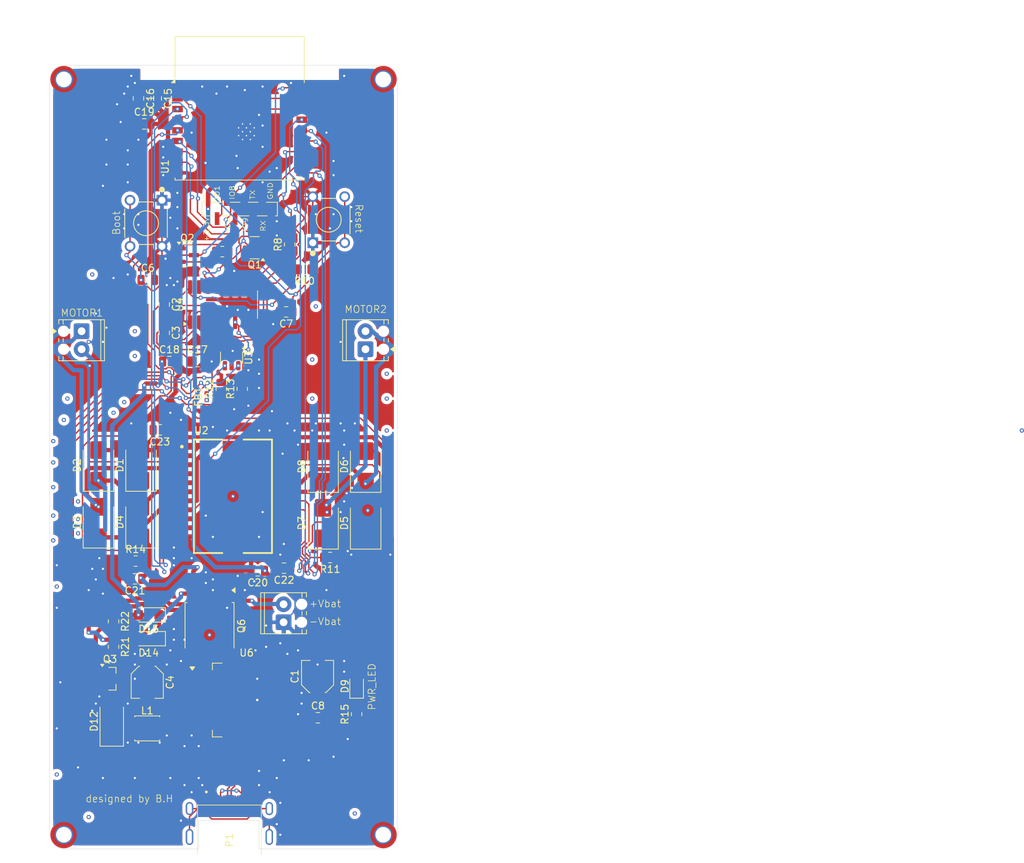
<source format=kicad_pcb>
(kicad_pcb (version 20241229) (generator "pcbnew") (generator_version "9.0")
  (layers (0 "F.Cu" signal) (2 "B.Cu" signal) (13 "F.Paste" user) (15 "B.Paste" user) (5 "F.SilkS" user "F.Silkscreen") (7 "B.SilkS" user "B.Silkscreen") (1 "F.Mask" user) (3 "B.Mask" user) (25 "Edge.Cuts" user))
  (net 0 "")
  (net 1 "3.3V")
  (net 2 "GND")
  (net 3 "Net-(U4-V3)")
  (net 4 "/BOOT")
  (net 5 "/EN")
  (net 6 "+3.3V")
  (net 7 "VBUS")
  (net 8 "+Vbat")
  (net 9 "Net-(D1-K)")
  (net 10 "Net-(D2-K)")
  (net 11 "Net-(D5-A)")
  (net 12 "Net-(D7-A)")
  (net 13 "/RTS")
  (net 14 "Net-(Q1-B)")
  (net 15 "/DTR")
  (net 16 "Net-(Q2-B)")
  (net 17 "/SENSE_A")
  (net 18 "Net-(P1-CC)")
  (net 19 "Net-(P1-VCONN)")
  (net 20 "Net-(D9-K)")
  (net 21 "/ENA")
  (net 22 "/IN3")
  (net 23 "/GPIO8")
  (net 24 "/IN1")
  (net 25 "/ENB")
  (net 26 "/GPIO2")
  (net 27 "/GPIO9")
  (net 28 "/IN4")
  (net 29 "/IN2")
  (net 30 "/RX_TX")
  (net 31 "/GPIO1")
  (net 32 "/TX_RX")
  (net 33 "Net-(P1-D-)")
  (net 34 "Net-(U4-UD-)")
  (net 35 "Net-(P1-D+)")
  (net 36 "Net-(U4-UD+)")
  (net 44 "Net-(FB1-Pad1)")
  (net 45 "Net-(D12-K)")
  (net 48 "Net-(D14-K)")
  (net 49 "Net-(J4_battery3-Pin_2)")
  (net 50 "Net-(Q3-C)")
  (net 51 "Net-(Q3-B)")
  (net 52 "/SENSE_B")
  (footprint "New_Library:SOIC127P1420X360-20N" (layer "F.Cu") (at 149.325 98.775)
    (property "Reference" "U2")
    (property "Value" "L298P")
  )
  (footprint "Diode_SMD:D_SMB" (layer "F.Cu") (at 162.025 102.56 90)
    (property "Reference" "D7")
    (property "Value" "1N5819")
  )
  (footprint "New_Library:SW_FSM8JH" (layer "F.Cu") (at 162.825 59.775 90)
    (property "Reference" "SW2" (hide yes))
    (property "Value" "1101NE")
  )
  (footprint "Capacitor_SMD:C_0805_2012Metric" (layer "F.Cu") (at 138.515 42.675 -90)
    (property "Reference" "C15")
    (property "Value" "0.1u")
  )
  (footprint "Diode_SMD:D_SMB" (layer "F.Cu") (at 168.025 94.56 90)
    (property "Reference" "D6")
    (property "Value" "1N5819")
  )
  (footprint "Capacitor_SMD:C_0805_2012Metric" (layer "F.Cu") (at 139.635 75.725 -90)
    (property "Reference" "C3")
    (property "Value" "0.1u")
  )
  (footprint "Capacitor_SMD:C_0805_2012Metric" (layer "F.Cu") (at 136.825 46.275)
    (property "Reference" "C19")
    (property "Value" "10u")
  )
  (footprint "Resistor_SMD:R_0805_2012Metric" (layer "F.Cu") (at 147.685 83.6375 90)
    (property "Reference" "R12")
    (property "Value" "5.1K")
  )
  (footprint "Diode_SMD:D_SMB" (layer "F.Cu") (at 136.375 102.41 90)
    (property "Reference" "D4")
    (property "Value" "1N5819")
  )
  (footprint "Resistor_SMD:R_0805_2012Metric" (layer "F.Cu") (at 157.325 63.275 90)
    (property "Reference" "R8")
    (property "Value" "10K")
  )
  (footprint "Capacitor_SMD:C_0805_2012Metric" (layer "F.Cu") (at 137.325 68.275)
    (property "Reference" "C6")
    (property "Value" "0.1u")
  )
  (footprint "Capacitor_SMD:C_0805_2012Metric" (layer "F.Cu") (at 156.525 108.91 180)
    (property "Reference" "C22")
    (property "Value" "0.1u")
  )
  (footprint "Diode_SMD:D_SMA" (layer "F.Cu") (at 132.25 130.5 90)
    (property "Reference" "D12")
    (property "Value" "SS34")
  )
  (footprint "MountingHole:MountingHole_2.2mm_M2_DIN965_Pad_TopOnly" (layer "F.Cu") (at 170.5 40)
    (property "Reference" "H1" (hide yes))
    (property "Value" "MountingHole")
  )
  (footprint "MountingHole:MountingHole_2.2mm_M2_DIN965_Pad_TopOnly" (layer "F.Cu") (at 125.5 40)
    (property "Reference" "H2" (hide yes))
    (property "Value" "MountingHole")
  )
  (footprint "Resistor_SMD:R_0805_2012Metric" (layer "F.Cu") (at 166.75 129.5 90)
    (property "Reference" "R15")
    (property "Value" "10K")
  )
  (footprint "Capacitor_SMD:C_Elec_4x5.4" (layer "F.Cu") (at 137.25 125 -90)
    (property "Reference" "C4")
    (property "Value" "470u")
  )
  (footprint "Capacitor_SMD:C_0805_2012Metric" (layer "F.Cu") (at 136.015 42.675 -90)
    (property "Reference" "C16")
    (property "Value" "22u")
  )
  (footprint "Package_TO_SOT_SMD:SOT-23" (layer "F.Cu") (at 152.3875 63.725 180)
    (property "Reference" "Q1")
    (property "Value" "BC817")
  )
  (footprint "Diode_SMD:D_SMB" (layer "F.Cu") (at 168.025 102.56 90)
    (property "Reference" "D5")
    (property "Value" "1N5819")
  )
  (footprint "Capacitor_SMD:C_0805_2012Metric" (layer "F.Cu") (at 139.635 71.725 -90)
    (property "Reference" "C2")
    (property "Value" "0.1u")
  )
  (footprint "TerminalBlock_Phoenix:TerminalBlock_Phoenix_MPT-0,5-2-2.54_1x02_P2.54mm_Horizontal" (layer "F.Cu") (at 168 78.04 90)
    (property "Reference" "J3" (hide yes))
    (property "Value" "Screw_Terminal_01x02")
  )
  (footprint "Diode_SMD:D_SMF" (layer "F.Cu") (at 137.45 118.85 180)
    (property "Reference" "D14")
    (property "Value" "1N5819")
  )
  (footprint "New_Library:SW_FSM8JH" (layer "F.Cu") (at 137.075 60.275 -90)
    (property "Reference" "SW1" (hide yes))
    (property "Value" "1101NE")
  )
  (footprint "Resistor_SMD:R_0805_2012Metric" (layer "F.Cu") (at 135.6125 107.91)
    (property "Reference" "R14")
    (property "Value" "1")
  )
  (footprint "Package_TO_SOT_SMD:SOT-23-6" (layer "F.Cu") (at 149.135 79.225 -90)
    (property "Reference" "U3")
    (property "Value" "USBLC6-2SC6")
  )
  (footprint "Connector_PinSocket_1.27mm:PinSocket_1x08_P1.27mm_Vertical_SMD_Pin1Right" (layer "F.Cu") (at 150.27 58.275 90)
    (property "Reference" "J1" (hide yes))
    (property "Value" "Conn_01x08_Socket" (hide yes))
  )
  (footprint "Diode_SMD:D_SMB" (layer "F.Cu") (at 130.375 94.41 90)
    (property "Reference" "D2")
    (property "Value" "1N5819")
  )
  (footprint "MountingHole:MountingHole_2.2mm_M2_DIN965_Pad_TopOnly" (layer "F.Cu") (at 125.5 146.5)
    (property "Reference" "H3" (hide yes))
    (property "Value" "MountingHole")
  )
  (footprint "MountingHole:MountingHole_2.2mm_M2_DIN965_Pad_TopOnly" (layer "F.Cu") (at 170.5 146.5)
    (property "Reference" "H4" (hide yes))
    (property "Value" "MountingHole")
  )
  (footprint "TerminalBlock_Phoenix:TerminalBlock_Phoenix_MPT-0,5-2-2.54_1x02_P2.54mm_Horizontal" (layer "F.Cu") (at 156.46 116.54 90)
    (property "Reference" "J4_battery3" (hide yes))
    (property "Value" "Screw_Terminal_01x02")
  )
  (footprint "Package_TO_SOT_SMD:SOT-23" (layer "F.Cu") (at 142.8875 64.775)
    (property "Reference" "Q2")
    (property "Value" "BC817")
  )
  (footprint "Capacitor_SMD:C_0805_2012Metric" (layer "F.Cu") (at 140.375 79.775)
    (property "Reference" "C18")
    (property "Value" "10u")
  )
  (footprint "Diode_SMD:D_SMF" (layer "F.Cu") (at 137.45 115.5 180)
    (property "Reference" "D15")
    (property "Value" "1N5819")
  )
  (footprint "Inductor_SMD:L_APV_ANR3010" (layer "F.Cu") (at 137.25 131.5)
    (property "Reference" "L1")
    (property "Value" "33u")
  )
  (footprint "Resistor_SMD:R_0805_2012Metric" (layer "F.Cu") (at 150.635 83.6375 90)
    (property "Reference" "R13")
    (property "Value" "5.1K")
  )
  (footprint "Package_SO:SOIC-16_3.9x9.9mm_P1.27mm" (layer "F.Cu") (at 147.73 71.75 90)
    (property "Reference" "U4")
    (property "Value" "CH340C")
  )
  (footprint "Resistor_SMD:R_0805_2012Metric" (layer "F.Cu") (at 163.025 107.41 180)
    (property "Reference" "R11")
    (property "Value" "1")
  )
  (footprint "Capacitor_SMD:C_0805_2012Metric" (layer "F.Cu") (at 135.525 110.41 180)
    (property "Reference" "C21")
    (property "Value" "0.1u")
  )
  (footprint "Diode_SMD:D_SMB" (layer "F.Cu") (at 136.375 94.41 90)
    (property "Reference" "D1")
    (property "Value" "1N5819")
  )
  (footprint "Resistor_SMD:R_0805_2012Metric" (layer "F.Cu") (at 132.5 120 -90)
    (property "Reference" "R21")
    (property "Value" "10k")
  )
  (footprint "New_Library:TE_2340901-1" (layer "F.Cu") (at 148.825 146.8125)
    (property "Reference" "P1")
    (property "Value" "USB_C_Plug_USB2.0" (hide yes))
  )
  (footprint "Diode_SMD:D_SMB" (layer "F.Cu") (at 130.375 102.41 90)
    (property "Reference" "D3")
    (property "Value" "1N5819")
  )
  (footprint "Capacitor_SMD:C_0805_2012Metric" (layer "F.Cu") (at 156.825 72.775 180)
    (property "Reference" "C7")
    (property "Value" "1u")
  )
  (footprint "Package_TO_SOT_SMD:TO-252-2" (layer "F.Cu") (at 146.025 117.065 -90)
    (property "Reference" "Q6")
    (property "Value" "NMOS")
  )
  (footprint "Capacitor_SMD:C_0805_2012Metric" (layer "F.Cu") (at 139.025 89.41 180)
    (property "Reference" "C23")
    (property "Value" "0.1u")
  )
  (footprint "Resistor_SMD:R_0805_2012Metric" (layer "F.Cu") (at 132.5 116.4125 -90)
    (property "Reference" "R22")
    (property "Value" "4.7k")
  )
  (footprint "Package_TO_SOT_SMD:SuperSOT-3" (layer "F.Cu") (at 132 124.5)
    (property "Reference" "Q3")
    (property "Value" "NPN")
  )
  (footprint "Package_TO_SOT_SMD:TO-263-5_TabPin3" (layer "F.Cu") (at 151.25 127.5)
    (property "Reference" "U6")
    (property "Value" "LM2596S-3.3")
  )
  (footprint "Capacitor_SMD:C_0805_2012Metric" (layer "F.Cu") (at 152.825 109.275 180)
    (property "Reference" "C20")
    (property "Value" "0.1u")
  )
  (footprint "RF_Module:ESP32-C3-WROOM-02" (layer "F.Cu") (at 150.265 47.175)
    (property "Reference" "U1")
    (property "Value" "ESP32-C3-WROOM-02")
  )
  (footprint "Inductor_SMD:L_0402_1005Metric" (layer "F.Cu") (at 145.635 84.725 90)
    (property "Reference" "FB1")
    (property "Value" "FerriteBead")
  )
  (footprint "Capacitor_SMD:C_Elec_4x5.4" (layer "F.Cu") (at 161.25 124.175 90)
    (property "Reference" "C1")
    (property "Value" "330uf")
  )
  (footprint "Resistor_SMD:R_0805_2012Metric" (layer "F.Cu") (at 147.825 64.275)
    (property "Reference" "R9" (hide yes))
    (property "Value" "10K")
  )
  (footprint "Diode_SMD:D_SMB" (layer "F.Cu") (at 162.025 94.56 90)
    (property "Reference" "D8")
    (property "Value" "1N5819")
  )
  (footprint "Capacitor_SMD:C_0805_2012Metric" (layer "F.Cu") (at 161.3 130)
    (property "Reference" "C8")
    (property "Value" "0.1u")
  )
  (footprint "Capacitor_SMD:C_0805_2012Metric" (layer "F.Cu") (at 144.325 79.775)
    (property "Reference" "C17")
    (property "Value" "1u")
  )
  (footprint "Resistor_SMD:R_0805_2012Metric" (layer "F.Cu") (at 159.4125 66.775 180)
    (property "Reference" "R10")
    (property "Value" "10K")
  )
  (footprint "TerminalBlock_Phoenix:TerminalBlock_Phoenix_MPT-0,5-2-2.54_1x02_P2.54mm_Horizontal" (layer "F.Cu") (at 128 75.5 -90)
    (property "Reference" "J2" (hide yes))
    (property "Value" "Screw_Terminal_01x02")
  )
  (footprint "LED_SMD:LED_0805_2012Metric" (layer "F.Cu") (at 166.75 125.5625 90)
    (property "Reference" "D9")
    (property "Value" "LED")
  )
  (gr_line (start 153 144.5) (end 144.5 144.5) (stroke (width 0.05)) (layer "Edge.Cuts"))
  (gr_line (start 172.5 40) (end 172.5 146.5) (stroke (width 0.05)) (layer "Edge.Cuts"))
  (gr_line (start 144.5 148.25) (end 144.5 148) (stroke (width 0.05)) (layer "Edge.Cuts"))
  (gr_arc (start 123.5 40) (mid 124.085786 38.585786) (end 125.5 38) (stroke (width 0.05)) (layer "Edge.Cuts"))
  (gr_arc (start 170.5 38) (mid 171.914214 38.585786) (end 172.5 40) (stroke (width 0.05)) (layer "Edge.Cuts"))
  (gr_line (start 123.5 146.5) (end 123.5 40) (stroke (width 0.05)) (layer "Edge.Cuts"))
  (gr_line (start 153 148) (end 153 148.5) (stroke (width 0.05)) (layer "Edge.Cuts"))
  (gr_arc (start 125.5 148.5) (mid 124.085786 147.914214) (end 123.5 146.5) (stroke (width 0.05)) (layer "Edge.Cuts"))
  (gr_line (start 125.5 38) (end 170.5 38) (stroke (width 0.05)) (layer "Edge.Cuts"))
  (gr_line (start 125.5 148.5) (end 144.5 148.5) (stroke (width 0.05)) (layer "Edge.Cuts"))
  (gr_arc (start 172.5 146.5) (mid 171.914214 147.914214) (end 170.5 148.5) (stroke (width 0.05)) (layer "Edge.Cuts"))
  (gr_line (start 170.5 148.5) (end 153 148.5) (stroke (width 0.05)) (layer "Edge.Cuts"))
  (gr_line (start 144.5 148.25) (end 144.5 148.5) (stroke (width 0.05)) (layer "Edge.Cuts"))
  (gr_line (start 153 148) (end 153 144.5) (stroke (width 0.05)) (layer "Edge.Cuts"))
  (gr_line (start 144.5 144.5) (end 144.5 148) (stroke (width 0.05)) (layer "Edge.Cuts"))
  (gr_text "RX" (at 154 61.5 90) (layer "F.SilkS") (effects (font (size 0.7 0.8) (thickness 0.0875)) (justify left bottom)))
  (gr_text "Boot\n" (at 133.5 62 90) (layer "F.SilkS") (effects (font (size 1 1) (thickness 0.1)) (justify left bottom)))
  (gr_text "TX" (at 152.5 57 90) (layer "F.SilkS") (effects (font (size 0.7 0.8) (thickness 0.0875)) (justify left bottom)))
  (gr_text "GND" (at 155 57 90) (layer "F.SilkS") (effects (font (size 0.7 0.8) (thickness 0.0875)) (justify left bottom)))
  (gr_text "IO8" (at 149.635 57 90) (layer "F.SilkS") (effects (font (size 0.7 0.8) (thickness 0.0875)) (justify left bottom)))
  (gr_text "+3.3v" (at 146 63 90) (layer "F.SilkS") (effects (font (size 0.7 0.8) (thickness 0.0875)) (justify left bottom)))
  (gr_text "IO2\n" (at 149 61.5 90) (layer "F.SilkS") (effects (font (size 0.7 0.8) (thickness 0.0875)) (justify left bottom)))
  (gr_text "IO9" (at 151.5 61.5 90) (layer "F.SilkS") (effects (font (size 0.7 0.8) (thickness 0.0875)) (justify left bottom)))
  (gr_text "IO1" (at 147.5 57 90) (layer "F.SilkS") (effects (font (size 0.7 0.8) (thickness 0.1)) (justify left bottom)))
  (gr_text "-Vbat\n" (at 160 117 0) (layer "F.SilkS") (effects (font (size 1 1) (thickness 0.1)) (justify left bottom)))
  (gr_text "PWR_LED" (at 169.5 129 90) (layer "F.SilkS") (effects (font (size 1 1) (thickness 0.1)) (justify left bottom)))
  (gr_text "MOTOR2" (at 165 73 0) (layer "F.SilkS") (effects (font (size 1 1) (thickness 0.1)) (justify left bottom)))
  (gr_text "MOTOR1\n" (at 125 73.5 0) (layer "F.SilkS") (effects (font (size 1 1) (thickness 0.1)) (justify left bottom)))
  (gr_text "designed by B.H" (at 128.5 142 0) (layer "F.SilkS") (effects (font (size 1 1) (thickness 0.1)) (justify left bottom)))
  (gr_text "Reset\n" (at 166.5 57.5 270) (layer "F.SilkS") (effects (font (size 1 1) (thickness 0.1)) (justify left bottom)))
  (gr_text "+Vbat\n" (at 160 114.5 0) (layer "F.SilkS") (effects (font (size 1 1) (thickness 0.1)) (justify left bottom)))
  (via (at 127.5 99.5) (size 0.6) (drill 0.3) (layers "F.Cu" "B.Cu") (net 0))
  (via (at 171 81.5) (size 0.6) (drill 0.3) (layers "F.Cu" "B.Cu") (net 0))
  (via (at 160.5 79.5) (size 0.6) (drill 0.3) (layers "F.Cu" "B.Cu") (net 0))
  (via (at 124 101.5) (size 0.6) (drill 0.3) (layers "F.Cu" "B.Cu") (net 0))
  (via (at 135.5 75.5) (size 0.6) (drill 0.3) (layers "F.Cu" "B.Cu") (net 0))
  (via (at 124 105) (size 0.6) (drill 0.3) (layers "F.Cu" "B.Cu") (net 0))
  (via (at 135.5 79) (size 0.6) (drill 0.3) (layers "F.Cu" "B.Cu") (net 0))
  (via (at 134 85.5) (size 0.6) (drill 0.3) (layers "F.Cu" "B.Cu") (net 0))
  (via (at 260.5 89.5) (size 0.6) (drill 0.3) (layers "F.Cu" "B.Cu") (net 0))
  (via (at 129 144) (size 0.6) (drill 0.3) (layers "F.Cu" "B.Cu") (net 0))
  (via (at 127.5 102) (size 0.6) (drill 0.3) (layers "F.Cu" "B.Cu") (net 0))
  (via (at 132.5 87) (size 0.6) (drill 0.3) (layers "F.Cu" "B.Cu") (net 0))
  (via (at 166.5 143.5) (size 0.6) (drill 0.3) (layers "F.Cu" "B.Cu") (net 0))
  (via (at 124.5 138) (size 0.6) (drill 0.3) (layers "F.Cu" "B.Cu") (net 0))
  (via (at 160.5 85) (size 0.6) (drill 0.3) (layers "F.Cu" "B.Cu") (net 0))
  (via (at 161 72) (size 0.6) (drill 0.3) (layers "F.Cu" "B.Cu") (net 0))
  (via (at 129.5 67.5) (size 0.6) (drill 0.3) (layers "F.Cu" "B.Cu") (net 0))
  (via (at 124 91) (size 0.6) (drill 0.3) (layers "F.Cu" "B.Cu") (net 0))
  (via (at 126 85) (size 0.6) (drill 0.3) (layers "F.Cu" "B.Cu") (net 0))
  (via (at 149.325 98.775) (size 0.6) (drill 0.3) (layers "F.Cu" "B.Cu") (net 0))
  (via (at 124 97.5) (size 0.6) (drill 0.3) (layers "F.Cu" "B.Cu") (net 0))
  (via (at 171 89.5) (size 0.6) (drill 0.3) (layers "F.Cu" "B.Cu") (net 0))
  (via (at 124 94) (size 0.6) (drill 0.3) (layers "F.Cu" "B.Cu") (net 0))
  (via (at 124.5 111.5) (size 0.6) (drill 0.3) (layers "F.Cu" "B.Cu") (net 0))
  (via (at 127.5 104) (size 0.6) (drill 0.3) (layers "F.Cu" "B.Cu") (net 0))
  (via (at 125.5 88) (size 0.6) (drill 0.3) (layers "F.Cu" "B.Cu") (net 0))
  (via (at 171 85) (size 0.6) (drill 0.3) (layers "F.Cu" "B.Cu") (net 0))
  (segment (start 143.285 69.275) (end 141.785 70.775) (width 0.2) (layer "F.Cu") (net 1))
  (segment (start 157.925 68.609315) (end 157.925 68.675) (width 0.2) (layer "F.Cu") (net 1))
  (segment (start 143.810001 70.775) (end 144.775 70.775) (width 0.2) (layer "F.Cu") (net 1))
  (segment (start 158.5 66.775) (end 158.5 68.034314) (width 0.2) (layer "F.Cu") (net 1))
  (segment (start 143.285 70.249999) (end 143.810001 70.775) (width 0.2) (layer "F.Cu") (net 1))
  (segment (start 158.5 68.034314) (end 157.925 68.609315) (width 0.2) (layer "F.Cu") (net 1))
  (segment (start 141.785 70.775) (end 139.635 70.775) (width 0.2) (layer "F.Cu") (net 1))
  (segment (start 157.925 68.675) (end 154.825 71.775) (width 0.2) (layer "F.Cu") (net 1))
  (segment (start 143.285 69.275) (end 143.285 70.249999) (width 0.2) (layer "F.Cu") (net 1))
  (via (at 154.825 71.775) (size 0.6) (drill 0.3) (layers "F.Cu" "B.Cu") (net 1))
  (via (at 144.775 70.775) (size 0.6) (drill 0.3) (layers "F.Cu" "B.Cu") (net 1))
  (segment (start 146.931501 70.775) (end 144.775 70.775) (width 0.2) (layer "B.Cu") (net 1))
  (segment (start 147.401129 71.244628) (end 146.931501 70.775) (width 0.2) (layer "B.Cu") (net 1))
  (segment (start 151.294628 71.244628) (end 147.401129 71.244628) (width 0.2) (layer "B.Cu") (net 1))
  (segment (start 151.825 71.775) (end 151.294628 71.244628) (width 0.2) (layer "B.Cu") (net 1))
  (segment (start 154.825 71.775) (end 151.825 71.775) (width 0.2) (layer "B.Cu") (net 1))
  (segment (start 151.325 144.275) (end 146.325 144.275) (width 0.2) (layer "F.Cu") (net 2))
  (segment (start 143.205 143.9575) (end 145.625 141.5375) (width 0.2) (layer "F.Cu") (net 2))
  (segment (start 143.6 127.5) (end 152.75 127.5) (width 0.6) (layer "F.Cu") (net 2))
  (segment (start 154.325 135) (end 147 135) (width 0.6) (layer "F.Cu") (net 2))
  (segment (start 152.75 124) (end 152.75 124.5) (width 0.6) (layer "F.Cu") (net 2))
  (segment (start 140.69716 77.124) (end 140.34516 77.476) (width 0.2) (layer "F.Cu") (net 2))
  (segment (start 156.025 104.49) (end 157.107 104.49) (width 0.6) (layer "F.Cu") (net 2))
  (segment (start 160.25 132) (end 157.25 132) (width 0.6) (layer "F.Cu") (net 2))
  (segment (start 152.025 141.5375) (end 152.025 137.3) (width 0.2) (layer "F.Cu") (net 2))
  (segment (start 142.735 74.775) (end 139.635 74.775) (width 0.2) (layer "F.Cu") (net 2))
  (segment (start 153.615 106.95) (end 153.565 106.95) (width 0.6) (layer "F.Cu") (net 2))
  (segment (start 140.34516 77.476) (end 138.92484 77.476) (width 0.2) (layer "F.Cu") (net 2))
  (segment (start 144.968314 77.124) (end 140.69716 77.124) (width 0.2) (layer "F.Cu") (net 2))
  (segment (start 145.236 107.101) (end 142.625 104.49) (width 0.6) (layer "F.Cu") (net 2))
  (segment (start 150.635 82.725) (end 147.685 82.725) (width 0.2) (layer "F.Cu") (net 2))
  (segment (start 154.524 93.479) (end 154.943 93.06) (width 0.6) (layer "F.Cu") (net 2))
  (segment (start 153.514 60.826) (end 151.549 60.826) (width 0.2) (layer "F.Cu") (net 2))
  (segment (start 157.815 56.525) (end 154.715 59.625) (width 0.2) (layer "F.Cu") (net 2))
  (segment (start 140 134.5) (end 136.75 134.5) (width 0.6) (layer "F.Cu") (net 2))
  (segment (start 156 119.5) (end 156 124.25) (width 0.6) (layer "F.Cu") (net 2))
  (segment (start 154.445 145.195) (end 152.025 142.775) (width 0.2) (layer "F.Cu") (net 2))
  (segment (start 166.75 130.4125) (end 162.1625 135) (width 0.6) (layer "F.Cu") (net 2))
  (segment (start 141.515 53.175) (end 144.075 53.175) (width 0.2) (layer "F.Cu") (net 2))
  (segment (start 140.251788 127.5) (end 138.094787 129.657) (width 0.6) (layer "F.Cu") (net 2))
  (segment (start 149.436001 79.051) (end 149.135 78.749999) (width 0.2) (layer "F.Cu") (net 2))
  (segment (start 150.635 82.725) (end 150.735384 82.624616) (width 0.2) (layer "F.Cu") (net 2))
  (segment (start 134.575 126.675) (end 137.25 126.675) (width 0.6) (layer "F.Cu") (net 2))
  (segment (start 147 135) (end 147 134.3) (width 0.6) (layer "F.Cu") (net 2))
  (segment (start 153.414 107.101) (end 152.825 107.101) (width 0.6) (layer "F.Cu") (net 2))
  (segment (start 152.825 107.101) (end 145.236 107.101) (width 0.6) (layer "F.Cu") (net 2))
  (segment (start 151.225 49.375) (end 149.825 50.775) (width 0.2) (layer "F.Cu") (net 2))
  (segment (start 150.735384 79.775) (end 150.735384 79.708416) (width 0.2) (layer "F.Cu") (net 2))
  (segment (start 154.715 59.625) (end 153.514 60.826) (width 0.2) (layer "F.Cu") (net 2))
  (segment (start 139.515 46.275) (end 140.175 46.935) (width 0.6) (layer "F.Cu") (net 2))
  (segment (start 154.445 142.8125) (end 153.3 142.8125) (width 0.2) (layer "F.Cu") (net 2))
  (segment (start 159.25 124.5) (end 155.75 124.5) (width 0.6) (layer "F.Cu") (net 2))
  (segment (start 152.75 127.5) (end 156.25 127.5) (width 0.2) (layer "F.Cu") (net 2))
  (segment (start 144.075 53.175) (end 145.475 51.775) (width 0.2) (layer "F.Cu") (net 2))
  (segment (start 137.319111 112.375) (end 137.604111 112.66) (width 0.6) (layer "F.Cu") (net 2))
  (segment (start 134.25 127) (end 134.575 126.675) (width 0.6) (layer "F.Cu") (net 2))
  (segment (start 130 128) (end 131.75 128) (width 0.6) (layer "F.Cu") (net 2))
  (segment (start 139.635 74.775) (end 139.635 72.675) (width 0.2) (layer "F.Cu") (net 2))
  (segment (start 137.25 134) (end 136.75 134.5) (width 0.6) (layer "F.Cu") (net 2))
  (segment (start 138.515 43.625) (end 138.515 43.675) (width 0.6) (layer "F.Cu") (net 2))
  (segment (start 141.825 92.26) (end 142.625 93.06) (width 0.6) (layer "F.Cu") (net 2))
  (segment (start 160.575 63.025) (end 160.575 56.525) (width 0.2) (layer "F.Cu") (net 2))
  (segment (start 156.025 104.49) (end 153.565 106.95) (width 0.6) (layer "F.Cu") (net 2))
  (segment (start 151.875 109.275) (end 151.875 108.051) (width 0.6) (layer "F.Cu") (net 2))
  (segment (start 134.575 110.41) (end 136.54 112.375) (width 0.6) (layer "F.Cu") (net 2))
  (segment (start 130.75 134.5) (end 129.75 133.5) (width 0.6) (layer "F.Cu") (net 2))
  (segment (start 138.094787 129.657) (end 137.896094 129.657) (width 0.6) (layer "F.Cu") (net 2))
  (segment (start 141.225 82.172918) (end 141.824938 81.57298) (width 0.6) (layer "F.Cu") (net 2))
  (segment (start 144.049 81.001) (end 145.275 79.775) (width 0.6) (layer "F.Cu") (net 2))
  (segment (start 137.604111 112.66) (end 139.94 112.66) (width 0.6) (layer "F.Cu") (net 2))
  (segment (start 138.275 64.575) (end 139.325 63.525) (width 0.2) (layer "F.Cu") (net 2))
  (segment (start 136.75 134.5) (end 130.75 134.5) (width 0.6) (layer "F.Cu") (net 2))
  (segment (start 139.325 55.365) (end 141.515 53.175) (width 0.2) (layer "F.Cu") (net 2))
  (segment (start 139.825 65.275) (end 139.575 65.025) (width 0.2) (layer "F.Cu") (net 2))
  (segment (start 155.875 72.775) (end 155.875 75.225) (width 0.2) (layer "F.Cu") (net 2))
  (segment (start 138.92484 77.476) (end 138.609 77.16016) (width 0.2) (layer "F.Cu") (net 2))
  (segment (start 137.896094 129.657) (end 137.25 130.303094) (width 0.6) (layer "F.Cu") (net 2))
  (segment (start 142.625 109.975) (end 142.625 104.49) (width 0.6) (layer "F.Cu") (net 2))
  (segment (start 154.943 93.06) (end 156.025 93.06) (width 0.6) (layer "F.Cu") (net 2))
  (segment (start 139.515 44.675) (end 139.515 46.275) (width 0.6) (layer "F.Cu") (net 2))
  (segment (start 149.135 78.749999) (end 149.135 78.0875) (width 0.2) (layer "F.Cu") (net 2))
  (segment (start 132.5 122) (end 132 122) (width 0.6) (layer "F.Cu") (net 2))
  (segment (start 143.205 146.8125) (end 143.205 143.9575) (width 0.2) (layer "F.Cu") (net 2))
  (segment (start 163.9375 107.41) (end 162.8025 106.275) (width 0.2) (layer "F.Cu") (net 2))
  (segment (start 149.135 77.425001) (end 148.834999 77.125) (width 0.2) (layer "F.Cu") (net 2))
  (segment (start 140.175 52.335) (end 141.015 53.175) (width 0.6) (layer "F.Cu") (net 2))
  (segment (start 155.575 108.91) (end 153.615 106.95) (width 0.6) (layer "F.Cu") (net 2))
  (segment (start 156.025 104.49) (end 154.943 104.49) (width 0.6) (layer "F.Cu") (net 2))
  (segment (start 136.54 112.375) (end 137.319111 112.375) (width 0.6) (layer "F.Cu") (net 2))
  (segment (start 141.015 53.175) (end 141.515 53.175) (width 0.6) (layer "F.Cu") (net 2))
  (segment (start 137.775 46.275) (end 139.515 46.275) (width 0.6) (layer "F.Cu") (net 2))
  (segment (start 136.375 92.26) (end 141.825 92.26) (width 0.6) (layer "F.Cu") (net 2))
  (segment (start 159.25 124.5) (end 161.25 122.5) (width 0.6) (layer "F.Cu") (net 2))
  (segment (start 143.6 127.5) (end 140.251788 127.5) (width 0.6) (layer "F.Cu") (net 2))
  (segment (start 138.275 68.275) (end 138.275 64.575) (width 0.2) (layer "F.Cu") (net 2))
  (segment (start 156.675 92.41) (end 156.025 93.06) (width 0.6) (layer "F.Cu") (net 2))
  (segment (start 136.015 43.625) (end 138.515 43.625) (width 0.6) (layer "F.Cu") (net 2))
  (segment (start 146.325 144.275) (end 145.625 143.575) (width 0.2) (layer "F.Cu") (net 2))
  (segment (start 151.549 47.699) (end 151.225 47.375) (width 0.2) (layer "F.Cu") (net 2))
  (segment (start 137.25 130.303094) (end 137.25 134) (width 0.6) (layer "F.Cu") (net 2))
  (segment (start 154.825 86.775) (end 154.685 86.775) (width 0.2) (layer "F.Cu") (net 2))
  (segment (start 148.834999 77.125) (end 144.969314 77.125) (width 0.2) (layer "F.Cu") (net 2))
  (segment (start 129.75 133.5) (end 129.75 131) (width 0.6) (layer "F.Cu") (net 2))
  (segment (start 129.75 131) (end 132.25 128.5) (width 0.6) (layer "F.Cu") (net 2))
  (segment (start 136.375 92.26) (end 130.375 92.26) (width 0.6) (layer "F.Cu") (net 2))
  (segment (start 151.875 108.051) (end 152.825 107.101) (width 0.6) (layer "F.Cu") (net 2))
  (segment (start 139.325 63.525) (end 139.325 64.775) (width 0.2) (layer "F.Cu") (net 2))
  (segment (start 150.077968 79.051) (end 149.436001 79.051) (width 0.2) (layer "F.Cu") (net 2))
  (segment (start 149.135 78.0875) (end 149.135 77.425001) (width 0.2) (layer "F.Cu") (net 2))
  (segment (start 151.549 60.826) (end 151.549 47.699) (width 0.2) (layer "F.Cu") (net 2))
  (segment (start 138.515 43.675) (end 139.515 44.675) (width 0.6) (layer "F.Cu") (net 2))
  (segment (start 132.25 128.5) (end 133.75 127) (width 0.6) (layer "F.Cu") (net 2))
  (segment (start 133.1 124.5) (end 133.1 122.6) (width 0.6) (layer "F.Cu") (net 2))
  (segment (start 150.735384 79.708416) (end 150.077968 79.051) (width 0.2) (layer "F.Cu") (net 2))
  (segment (start 162.025 92.41) (end 168.025 92.41) (width 0.6) (layer "F.Cu") (net 2))
  (segment (start 162.1625 135) (end 154.325 135) (width 0.6) (layer "F.Cu") (net 2))
  (segment (start 141.824938 80.274938) (end 141.325 79.775) (width 0.6) (layer "F.Cu") (net 2))
  (segment (start 138.075 90.56) (end 136.375 92.26) (width 0.6) (layer "F.Cu") (net 2))
  (segment (start 141.225 84.142767) (end 141.225 82.172918) (width 0.6) (layer "F.Cu") (net 2))
  (segment (start 160.575 56.525) (end 157.815 56.525) (width 0.2) (layer "F.Cu") (net 2))
  (segment (start 143.205 142.8125) (end 144.35 142.8125) (width 0.2) (layer "F.Cu") (net 2))
  (segment (start 147 134.3) (end 143.6 130.9) (width 0.6) (layer "F.Cu") (net 2))
  (segment (start 134.7 107.91) (end 134.7 110.285) (width 0.6) (layer "F.Cu") (net 2))
  (segment (start 153.3 142.8125) (end 152.025 141.5375) (width 0.2) (layer "F.Cu") (net 2))
  (segment (start 155.75 124.5) (end 152.75 127.5) (width 0.6) (layer "F.Cu") (net 2))
  (segment (start 153.565 106.95) (end 153.414 107.101) (width 0.6) (layer "F.Cu") (net 2))
  (segment (start 162.25 130) (end 160.25 132) (width 0.6) (layer "F.Cu") (net 2))
  (segment (start 141.824938 81.57298) (end 141.824938 80.274938) (width 0.6) (layer "F.Cu") (net 2))
  (segment (start 155.875 75.225) (end 151.325 79.775) (width 0.2) (layer "F.Cu") (net 2))
  (segment (start 157.25 132) (end 152.75 127.5) (width 0.6) (layer "F.Cu") (net 2))
  (segment (start 162.025 92.41) (end 156.675 92.41) (width 0.6) (layer "F.Cu") (net 2))
  (segment (start 139.325 57.025) (end 139.325 55.365) (width 0.2) (layer "F.Cu") (net 2))
  (segment (start 133 122.5) (end 132.5 122) (width 0.6) (layer "F.Cu") (net 2))
  (segment (start 154.524 104.071) (end 154.524 93.479) (width 0.6) (layer "F.Cu") (net 2))
  (segment (start 139.325 57.025) (end 139.325 63.525) (width 0.2) (layer "F.Cu") (net 2))
  (segment (start 138.075 89.41) (end 138.075 90.56) (width 0.6) (layer "F.Cu") (net 2))
  (segment (start 134.7 110.285) (end 134.575 110.41) (width 0.6) (layer "F.Cu") (net 2))
  (segment (start 138.609 77.16016) (end 138.609 75.801) (width 0.2) (layer "F.Cu") (net 2))
  (segment (start 144.969314 77.125) (end 144.968314 77.124) (width 0.2) (layer "F.Cu") (net 2))
  (segment (start 152.325 109.725) (end 151.875 109.275) (width 0.2) (layer "F.Cu") (net 2))
  (segment (start 152.025 142.775) (end 152.025 143.575) (width 0.2) (layer "F.Cu") (net 2))
  (segment (start 145.625 143.575) (end 145.625 141.5375) (width 0.2) (layer "F.Cu") (net 2))
  (segment (start 150.735384 82.624616) (end 150.735384 79.775) (width 0.2) (layer "F.Cu") (net 2))
  (segment (start 142.551 81.001) (end 144.049 81.001) (width 0.6) (layer "F.Cu") (net 2))
  (segment (start 131.75 128) (end 132.25 128.5) (width 0.6) (layer "F.Cu") (net 2))
  (segment (start 152.75 124.5) (end 152.75 127.5) (width 0.6) (layer "F.Cu") (net 2))
  (segment (start 152.025 143.575) (end 151.325 144.275) (width 0.2) (layer "F.Cu") (net 2))
  (segment (start 145.275 79.775) (end 146.325 79.775) (width 0.6) (layer "F.Cu") (net 2))
  (segment (start 144.35 142.8125) (end 145.625 141.5375) (width 0.2) (layer "F.Cu") (net 2))
  (segment (start 154.445 146.8125) (end 154.445 145.195) (width 0.2) (layer "F.Cu") (net 2))
  (segment (start 152.025 137.3) (end 154.325 135) (width 0.2) (layer "F.Cu") (net 2))
  (segment (start 149.825 50.775) (end 150.075 50.525) (width 0.2) (layer "F.Cu") (net 2))
  (segment (start 141.325 79.775) (end 142.551 81.001) (width 0.6) (layer "F.Cu") (net 2))
  (segment (start 133.75 127) (end 134.25 127) (width 0.6) (layer "F.Cu") (net 2))
  (segment (start 143.285 74.225) (end 142.735 74.775) (width 0.2) (layer "F.Cu") (net 2))
  (segment (start 139.94 112.66) (end 142.625 109.975) (width 0.6) (layer "F.Cu") (net 2))
  (segment (start 138.609 75.801) (end 139.635 74.775) (width 0.2) (layer "F.Cu") (net 2))
  (segment (start 138.075 89.41) (end 138.075 87.292767) (width 0.6) (layer "F.Cu") (net 2))
  (segment (start 160.36 106.275) (end 160.175 106.46) (width 0.2) (layer "F.Cu") (net 2))
  (segment (start 154.943 104.49) (end 154.524 104.071) (width 0.6) (layer "F.Cu") (net 2))
  (segment (start 156 124.25) (end 152.75 127.5) (width 0.6) (layer "F.Cu") (net 2))
  (segment (start 143.6 130.9) (end 140 134.5) (width 0.6) (layer "F.Cu") (net 2))
  (segment (start 152.325 110.775) (end 152.325 109.725) (width 0.2) (layer "F.Cu") (net 2))
  (segment (start 152.025 141.5375) (end 152.025 142.775) (width 0.2) (layer "F.Cu") (net 2))
  (segment (start 151.325 79.775) (end 150.735384 79.775) (width 0.2) (layer "F.Cu") (net 2))
  (segment (start 154.685 86.775) (end 150.635 82.725) (width 0.2) (layer "F.Cu") (net 2))
  (segment (start 139.325 64.775) (end 139.825 65.275) (width 0.2) (layer "F.Cu") (net 2))
  (segment (start 151.225 47.375) (end 151.225 49.375) (width 0.2) (layer "F.Cu") (net 2))
  (segment (start 140.175 46.935) (end 140.175 52.335) (width 0.6) (layer "F.Cu") (net 2))
  (segment (start 138.075 87.292767) (end 141.225 84.142767) (width 0.6) (layer "F.Cu") (net 2))
  (segment (start 162.8025 106.275) (end 160.36 106.275) (width 0.2) (layer "F.Cu") (net 2))
  (via (at 160.5 89.5) (size 0.6) (drill 0.3) (layers "F.Cu" "B.Cu") (net 2))
  (via (at 154 117) (size 0.6) (drill 0.3) (layers "F.Cu" "B.Cu") (net 2))
  (via (at 156.5 105.5) (size 0.6) (drill 0.3) (layers "F.Cu" "B.Cu") (net 2))
  (via (at 160 136) (size 0.6) (drill 0.3) (layers "F.Cu" "B.Cu") (net 2))
  (via (at 134.5 67.5) (size 0.6) (drill 0.3) (layers "F.Cu" "B.Cu") (net 2))
  (via (at 142 122) (size 0.6) (drill 0.3) (layers "F.Cu" "B.Cu") (net 2))
  (via (at 129.5 129) (size 0.6) (drill 0.3) (layers "F.Cu" "B.Cu") (net 2))
  (via (at 152.325 110.775) (size 0.6) (drill 0.3) (layers "F.Cu" "B.Cu") (net 2))
  (via (at 131 77) (size 0.6) (drill 0.3) (layers "F.Cu" "B.Cu") (net 2))
  (via (at 135.5 40.5) (size 0.6) (drill 0.3) (layers "F.Cu" "B.Cu") (net 2))
  (via (at 158.5 120.5) (size 0.6) (drill 0.3) (layers "F.Cu" "B.Cu") (net 2))
  (via (at 133.5 46) (size 0.6) (drill 0.3) (layers "F.Cu" "B.Cu") (net 2))
  (via (at 147 42) (size 0.6) (drill 0.3) (layers "F.Cu" "B.Cu") (net 2))
  (via (at 132 122) (size 0.6) (drill 0.3) (layers "F.Cu" "B.Cu") (net 2))
  (via (at 144.5 134) (size 0.6) (drill 0.3) (layers "F.Cu" "B.Cu") (net 2))
  (via (at 144.5 138.5) (size 0.6) (drill 0.3) (layers "F.Cu" "B.Cu") (net 2))
  (via (at 148.5 41) (size 0.6) (drill 0.3) (layers "F.Cu" "B.Cu") (net 2))
  (via (at 154.5 53) (size 0.6) (drill 0.3) (layers "F.Cu" "B.Cu") (net 2))
  (via (at 136 48.5) (size 0.6) (drill 0.3) (layers "F.Cu" "B.Cu") (net 2))
  (via (at 130 128) (size 0.6) (drill 0.3) (layers "F.Cu" "B.Cu") (net 2))
  (via (at 136 59) (size 0.6) (drill 0.3) (layers "F.Cu" "B.Cu") (net 2))
  (via (at 148.5 72) (size 0.6) (drill 0.3) (layers "F.Cu" "B.Cu") (net 2))
  (via (at 129 77) (size 0.6) (drill 0.3) (layers "F.Cu" "B.Cu") (net 2))
  (via (at 163.5 51.5) (size 0.6) (drill 0.3) (layers "F.Cu" "B.Cu") (net 2))
  (via (at 152.75 127.5) (size 0.6) (drill 0.3) (layers "F.Cu" "B.Cu") (net 2))
  (via (at 165 99.5) (size 0.6) (drill 0.3) (layers "F.Cu" "B.Cu") (net 2))
  (via (at 164.5 77) (size 0.6) (drill 0.3) (layers "F.Cu" "B.Cu") (net 2))
  (via (at 141 106) (size 0.6) (drill 0.3) (layers "F.Cu" "B.Cu") (net 2))
  (via (at 165 89.5) (size 0.6) (drill 0.3) (layers "F.Cu" "B.Cu") (net 2))
  (via (at 143.5 132.5) (size 0.6) (drill 0.3) (layers "F.Cu" "B.Cu") (net 2))
  (via (at 149.825 50.775) (size 0.6) (drill 0.3) (layers "F.Cu" "B.Cu") (net 2))
  (via (at 139.825 65.275) (size 0.6) (drill 0.3) (layers "F.Cu" "B.Cu") (net 2))
  (via (at 149.285 78.275) (size 0.6) (drill 0.3) (layers "F.Cu" "B.Cu") (net 2))
  (via (at 135.5 124.5) (size 0.6) (drill 0.3) (layers "F.Cu" "B.Cu") (net 2))
  (via (at 142 88) (size 0.6) (drill 0.3) (layers "F.Cu" "B.Cu") (net 2))
  (via (at 153 104.5) (size 0.6) (drill 0.3) (layers "F.Cu" "B.Cu") (net 2))
  (via (at 129.5 109) (size 0.6) (drill 0.3) (layers "F.Cu" "B.Cu") (net 2))
  (via (at 134.5 128) (size 0.6) (drill 0.3) (layers "F.Cu" "B.Cu") (net 2))
  (via (at 141.5 58) (size 0.6) (drill 0.3) (layers "F.Cu" "B.Cu") (net 2))
  (via (at 165 123.5) (size 0.6) (drill 0.3) (layers "F.Cu" "B.Cu") (net 2))
  (via (at 141 107.5) (size 0.6) (drill 0.3) (layers "F.Cu" "B.Cu") (net 2))
  (via (at 156.5 136) (size 0.6) (drill 0.3) (layers "F.Cu" "B.Cu") (net 2))
  (via (at 158 89.5) (size 0.6) (drill 0.3) (layers "F.Cu" "B.Cu") (net 2))
  (via (at 164.898959 93.398959) (size 0.6) (drill 0.3) (layers "F.Cu" "B.Cu") (net 2))
  (via (at 155.5 145) (size 0.6) (drill 0.3) (layers "F.Cu" "B.Cu") (net 2))
  (via (at 150 72.5) (size 0.6) (drill 0.3) (layers "F.Cu" "B.Cu") (net 2))
  (via (at 162.5 112) (size 0.6) (drill 0.3) (layers "F.Cu" "B.Cu") (net 2))
  (via (at 139.5 49.5) (size 0.6) (drill 0.3) (layers "F.Cu" "B.Cu") (net 2))
  (via (at 134.5 133.5) (size 0.6) (drill 0.3) (layers "F.Cu" "B.Cu") (net 2))
  (via (at 161.25 122.5) (size 0.6) (drill 0.3) (layers "F.Cu" "B.Cu") (net 2))
  (via (at 145.475 51.775) (size 0.6) (drill 0.3) (layers "F.Cu" "B.Cu") (net 2))
  (via (at 141 119) (size 0.6) (drill 0.3) (layers "F.Cu" "B.Cu") (net 2))
  (via (at 164.5 88.5) (size 0.6) (drill 0.3) (layers "F.Cu" "B.Cu") (net 2))
  (via (at 156 142) (size 0.6) (drill 0.3) (layers "F.Cu" "B.Cu") (net 2))
  (via (at 145 41) (size 0.6) (drill 0.3) (layers "F.Cu" "B.Cu") (net 2))
  (via (at 163.5 59) (size 0.6) (drill 0.3) (layers "F.Cu" "B.Cu") (net 2))
  (via (at 151.5 72.5) (size 0.6) (drill 0.3) (layers "F.Cu" "B.Cu") (net 2))
  (via (at 171.5 107) (size 0.6) (drill 0.3) (layers "F.Cu" "B.Cu") (net 2))
  (via (at 134 42) (size 0.6) (drill 0.3) (layers "F.Cu" "B.Cu") (net 2))
  (via (at 156 107) (size 0.6) (drill 0.3) (layers "F.Cu" "B.Cu") (net 2))
  (via (at 151 41.5) (size 0.6) (drill 0.3) (layers "F.Cu" "B.Cu") (net 2))
  (via (at 136 60.5) (size 0.6) (drill 0.3) (layers "F.Cu" "B.Cu") (net 2))
  (via (at 145 139.5) (size 0.6) (drill 0.3) (layers "F.Cu" "B.Cu") (net 2))
  (via (at 131.5 52) (size 0.6) (drill 0.3) (layers "F.Cu" "B.Cu") (net 2))
  (via (at 154 120) (size 0.6) (drill 0.3) (layers "F.Cu" "B.Cu") (net 2))
  (via (at 141 117.5) (size 0.6) (drill 0.3) (layers "F.Cu" "B.Cu") (net 2))
  (via (at 130.5 107.5) (size 0.6) (drill 0.3) (layers "F.Cu" "B.Cu") (net 2))
  (via (at 125 125) (size 0.6) (drill 0.3) (layers "F.Cu" "B.Cu") (net 2))
  (via (at 156.3175 92.7675) (size 0.6) (drill 0.3) (layers "F.Cu" "B.Cu") (net 2))
  (via (at 129 112) (size 0.6) (drill 0.3) (layers "F.Cu" "B.Cu") (net 2))
  (via (at 150 52.5) (size 0.6) (drill 0.3) (layers "F.Cu" "B.Cu") (net 2))
  (via (at 153.5 46.5) (size 0.6) (drill 0.3) (layers "F.Cu" "B.Cu") (net 2))
  (via (at 155.5 60) (size 0.6) (drill 0.3) (layers "F.Cu" "B.Cu") (net 2))
  (via (at 140.5 59.5) (size 0.6) (drill 0.3) (layers "F.Cu" "B.Cu") (net 2))
  (via (at 151.5 86) (size 0.6) (drill 0.3) (layers "F.Cu" "B.Cu") (net 2))
  (via (at 143.5 47.5) (size 0.6) (drill 0.3) (layers "F.Cu" "B.Cu") (net 2))
  (via (at 158.5 91.5) (size 0.6) (drill 0.3) (layers "F.Cu" "B.Cu") (net 2))
  (via (at 141 108.5) (size 0.6) (drill 0.3) (layers "F.Cu" "B.Cu") (net 2))
  (via (at 142.5 134) (size 0.6) (drill 0.3) (layers "F.Cu" "B.Cu") (net 2))
  (via (at 131.5 48.5) (size 0.6) (drill 0.3) (layers "F.Cu" "B.Cu") (net 2))
  (via (at 145.5 101.5) (size 0.6) (drill 0.3) (layers "F.Cu" "B.Cu") (net 2))
  (via (at 140 69) (size 0.6) (drill 0.3) (layers "F.Cu" "B.Cu") (net 2))
  (via (at 165.5 106.5) (size 0.6) (drill 0.3) (layers "F.Cu" "B.Cu") (net 2))
  (via (at 165.5 133) (size 0.6) (drill 0.3) (layers "F.Cu" "B.Cu") (net 2))
  (via (at 152.75 127.5) (size 0.6) (drill 0.3) (layers "F.Cu" "B.Cu") (net 2))
  (via (at 165 91.5) (size 0.6) (drill 0.3) (layers "F.Cu" "B.Cu") (net 2))
  (via (at 161 88.5) (size 0.6) (drill 0.3) (layers "F.Cu" "B.Cu") (net 2))
  (via (at 157.5 40.5) (size 0.6) (drill 0.3) (layers "F.Cu" "B.Cu") (net 2))
  (via (at 160.175 106.46) (size 0.6) (drill 0.3) (layers "F.Cu" "B.Cu") (net 2))
  (via (at 152.75 127.5) (size 0.6) (drill 0.3) (layers "F.Cu" "B.Cu") (net 2))
  (via (at 153.5 49.5) (size 0.6) (drill 0.3) (layers "F.Cu" "B.Cu") (net 2))
  (via (at 153 137.5) (size 0.6) (drill 0.3) (layers "F.Cu" "B.Cu") (net 2))
  (via (at 136 133.5) (size 0.6) (drill 0.3) (layers "F.Cu" "B.Cu") (net 2))
  (via (at 149.5 86.5) (size 0.6) (drill 0.3) (layers "F.Cu" "B.Cu") (net 2))
  (via (at 141.5 68.5) (size 0.6) (drill 0.3) (layers "F.Cu" "B.Cu") (net 2))
  (via (at 145.5 109.5) (size 0.6) (drill 0.3) (layers "F.Cu" "B.Cu") (net 2))
  (via (at 130.5 127) (size 0.6) (drill 0.3) (layers "F.Cu" "B.Cu") (net 2))
  (via (at 159 128) (size 0.6) (drill 0.3) (layers "F.Cu" "B.Cu") (net 2))
  (via (at 140.5 138.5) (size 0.6) (drill 0.3) (layers "F.Cu" "B.Cu") (net 2))
  (via (at 140.5 120.5) (size 0.6) (drill 0.3) (layers "F.Cu" "B.Cu") (net 2))
  (via (at 153 79.5) (size 0.6) (drill 0.3) (layers "F.Cu" "B.Cu") (net 2))
  (via (at 157 88.5) (size 0.6) (drill 0.3) (layers "F.Cu" "B.Cu") (net 2))
  (via (at 164.5 101) (size 0.6) (drill 0.3) (layers "F.Cu" "B.Cu") (net 2))
  (via (at 134 59) (size 0.6) (drill 0.3) (layers "F.Cu" "B.Cu") (net 2))
  (via (at 140.5 68) (size 0.6) (drill 0.3) (layers "F.Cu" "B.Cu") (net 2))
  (via (at 146.5 104.5) (size 0.6) (drill 0.3) (layers "F.Cu" "B.Cu") (net 2))
  (via (at 131 109) (size 0.6) (drill 0.3) (layers "F.Cu" "B.Cu") (net 2))
  (via (at 154.5 89.5) (size 0.6) (drill 0.3) (layers "F.Cu" "B.Cu") (net 2))
  (via (at 155.5 62) (size 0.6) (drill 0.3) (layers "F.Cu" "B.Cu") (net 2))
  (via (at 151.5 81) (size 0.6) (drill 0.3) (layers "F.Cu" "B.Cu") (net 2))
  (via (at 148.5 89.5) (size 0.6) (drill 0.3) (layers "F.Cu" "B.Cu") (net 2))
  (via (at 140.5 87) (size 0.6) (drill 0.3) (layers "F.Cu" "B.Cu") (net 2))
  (via (at 140 122.5) (size 0.6) (drill 0.3) (layers "F.Cu" "B.Cu") (net 2))
  (via (at 153 89.5) (size 0.6) (drill 0.3) (layers "F.Cu" "B.Cu") (net 2))
  (via (at 166.101041 97.601041) (size 0.6) (drill 0.3) (layers "F.Cu" "B.Cu") (net 2))
  (via (at 146.5 110.5) (size 0.6) (drill 0.3) (layers "F.Cu" "B.Cu") (net 2))
  (via (at 151 112) (size 0.6) (drill 0.3) (layers "F.Cu" "B.Cu") (net 2))
  (via (at 155.5 52.5) (size 0.6) (drill 0.3) (layers "F.Cu" "B.Cu") (net 2))
  (via (at 149.5 67) (size 0.6) (drill 0.3) (layers "F.Cu" "B.Cu") (net 2))
  (via (at 135.5 122.5) (size 0.6) (drill 0.3) (layers "F.Cu" "B.Cu") (net 2))
  (via (at 156 119.5) (size 0.6) (drill 0.3) (layers "F.Cu" "B.Cu") (net 2))
  (via (at 130 73) (size 0.6) (drill 0.3) (layers "F.Cu" "B.Cu") (net 2))
  (via (at 153.5 54.5) (size 0.6) (drill 0.3) (layers "F.Cu" "B.Cu") (net 2))
  (via (at 163.5 53.5) (size 0.6) (drill 0.3) (layers "F.Cu" "B.Cu") (net 2))
  (via (at 156 146.5) (size 0.6) (drill 0.3) (layers "F.Cu" "B.Cu") (net 2))
  (via (at 137 121) (size 0.6) (drill 0.3) (layers "F.Cu" "B.Cu") (net 2))
  (via (at 135 39.5) (size 0.6) (drill 0.3) (layers "F.Cu" "B.Cu") (net 2))
  (via (at 141.5 56) (size 0.6) (drill 0.3) (layers "F.Cu" "B.Cu") (net 2))
  (via (at 162.5 47.5) (size 0.6) (drill 0.3) (layers "F.Cu" "B.Cu") (net 2))
  (via (at 161 59) (size 0.6) (drill 0.3) (layers "F.Cu" "B.Cu") (net 2))
  (via (at 153 45) (size 0.6) (drill 0.3) (layers "F.Cu" "B.Cu") (net 2))
  (via (at 166 58) (size 0.6) (drill 0.3) (layers "F.Cu" "B.Cu") (net 2))
  (via (at 154.5 140.5) (size 0.6) (drill 0.3) (layers "F.Cu" "B.Cu") (net 2))
  (via (at 155 74.5) (size 0.6) (drill 0.3) (layers "F.Cu" "B.Cu") (net 2))
  (via (at 142.5 119) (size 0.6) (drill 0.3) (layers "F.Cu" "B.Cu") (net 2))
  (via (at 154.825 86.775) (size 0.6) (drill 0.3) (layers "F.Cu" "B.Cu") (net 2))
  (via (at 163 61) (size 0.6) (drill 0.3) (layers "F.Cu" "B.Cu") (net 2))
  (via (at 141.5 61) (size 0.6) (drill 0.3) (layers "F.Cu" "B.Cu") (net 2))
  (via (at 134.5 54.5) (size 0.6) (drill 0.3) (layers "F.Cu" "B.Cu") (net 2))
  (via (at 153 83.5) (size 0.6) (drill 0.3) (layers "F.Cu" "B.Cu") (net 2))
  (via (at 134.5 52) (size 0.6) (drill 0.3) (layers "F.Cu" "B.Cu") (net 2))
  (via (at 165.351041 98.351041) (size 0.6) (drill 0.3) (layers "F.Cu" "B.Cu") (net 2))
  (via (at 124.5 131.5) (size 0.6) (drill 0.3) (layers "F.Cu" "B.Cu") (net 2))
  (via (at 131 112.5) (size 0.6) (drill 0.3) (layers "F.Cu" "B.Cu") (net 2))
  (via (at 143.5 140.5) (size 0.6) (drill 0.3) (layers "F.Cu" "B.Cu") (net 2))
  (via (at 153.5 41) (size 0.6) (drill 0.3) (layers "F.Cu" "B.Cu") (net 2))
  (via (at 143.5 107.5) (size 0.6) (drill 0.3) (layers "F.Cu" "B.Cu") (net 2))
  (via (at 134.5 50) (size 0.6) (drill 0.3) (layers "F.Cu" "B.Cu") (net 2))
  (via (at 166 60) (size 0.6) (drill 0.3) (layers "F.Cu" "B.Cu") (net 2))
  (via (at 146.325 79.775) (size 0.6) (drill 0.3) (layers "F.Cu" "B.Cu") (net 2))
  (via (at 163.5 135.5) (size 0.6) (drill 0.3) (layers "F.Cu" "B.Cu") (net 2))
  (via (at 150 110) (size 0.6) (drill 0.3) (layers "F.Cu" "B.Cu") (net 2))
  (via (at 134.5 41) (size 0.6) (drill 0.3) (layers "F.Cu" "B.Cu") (net 2))
  (via (at 146.5 89) (size 0.6) (drill 0.3) (layers "F.Cu" "B.Cu") (net 2))
  (via (at 152.75 124.5) (size 0.6) (drill 0.3) (layers "F.Cu" "B.Cu") (net 2))
  (via (at 153.5 101) (size 0.6) (drill 0.3) (layers "F.Cu" "B.Cu") (net 2))
  (via (at 131.5 75) (size 0.6) (drill 0.3) (layers "F.Cu" "B.Cu") (net 2))
  (via (at 155.5 138.5) (size 0.6) (drill 0.3) (layers "F.Cu" "B.Cu") (net 2))
  (via (at 142.5 139.5) (size 0.6) (drill 0.3) (layers "F.Cu" "B.Cu") (net 2))
  (via (at 152.75 127.5) (size 0.6) (drill 0.3) (layers "F.Cu" "B.Cu") (net 2))
  (via (at 129.128959 80.371041) (size 0.6) (drill 0.3) (layers "F.Cu" "B.Cu") (net 2))
  (via (at 142 144.5) (size 0.6) (drill 0.3) (layers "F.Cu" "B.Cu") (net 2))
  (via (at 166 107) (size 0.6) (drill 0.3) (layers "F.Cu" "B.Cu") (net 2))
  (via (at 131 138.5) (size 0.6) (drill 0.3) (layers "F.Cu" "B.Cu") (net 2))
  (via (at 141 69) (size 0.6) (drill 0.3) (layers "F.Cu" "B.Cu") (net 2))
  (via (at 165 122) (size 0.6) (drill 0.3) (layers "F.Cu" "B.Cu") (net 2))
  (via (at 132.5 68) (size 0.6) (drill 0.3) (layers "F.Cu" "B.Cu") (net 2))
  (via (at 139 133.5) (size 0.6) (drill 0.3) (layers "F.Cu" "B.Cu") (net 2))
  (via (at 127.5 137) (size 0.6) (drill 0.3) (layers "F.Cu" "B.Cu") (net 2))
  (via (at 139.5 51) (size 0.6) (drill 0.3) (layers "F.Cu" "B.Cu") (net 2))
  (via (at 139.5 53.5) (size 0.6) (drill 0.3) (layers "F.Cu" "B.Cu") (net 2))
  (via (at 135.5 121) (size 0.6) (drill 0.3) (layers "F.Cu" "B.Cu") (net 2))
  (via (at 124.5 108.5) (size 0.6) (drill 0.3) (layers "F.Cu" "B.Cu") (net 2))
  (via (at 131 55) (size 0.6) (drill 0.3) (layers "F.Cu" "B.Cu") (net 2))
  (via (at 153 81.5) (size 0.6) (drill 0.3) (layers "F.Cu" "B.Cu") (net 2))
  (via (at 135.5 138.5) (size 0.6) (drill 0.3) (layers "F.Cu" "B.Cu") (net 2))
  (via (at 124.5 114.5) (size 0.6) (drill 0.3) (layers "F.Cu" "B.Cu") (net 2))
  (via (at 140 132.5) (size 0.6) (drill 0.3) (layers "F.Cu" "B.Cu") (net 2))
  (via (at 152.5 120.5) (size 0.6) (drill 0.3) (layers "F.Cu" "B.Cu") (net 2))
  (via (at 135 88.5) (size 0.6) (drill 0.3) (layers "F.Cu" "B.Cu") (net 2))
  (via (at 145.5 111) (size 0.6) (drill 0.3) (layers "F.Cu" "B.Cu") (net 2))
  (via (at 134 61) (size 0.6) (drill 0.3) (layers "F.Cu" "B.Cu") (net 2))
  (via (at 130 110.5) (size 0.6) (drill 0.3) (layers "F.Cu" "B.Cu") (net 2))
  (via (at 157 121) (size 0.6) (drill 0.3) (layers "F.Cu" "B.Cu") (net 2))
  (via (at 153 139.5) (size 0.6) (drill 0.3) (layers "F.Cu" "B.Cu") (net 2))
  (via (at 148.5 114.5) (size 0.6) (drill 0.3) (layers "F.Cu" "B.Cu") (net 2))
  (via (at 165 39.5) (size 0.6) (drill 0.3) (layers "F.Cu" "B.Cu") (net 2))
  (via (at 133 43.5) (size 0.6) (drill 0.3) (layers "F.Cu" "B.Cu") (net 2))
  (via (at 139.825 65.275) (size 0.6) (drill 0.3) (layers "F.Cu" "B.Cu") (net 2))
  (via (at 166.5 88.5) (size 0.6) (drill 0.3) (layers "F.Cu" "B.Cu") (net 2))
  (via (at 158.5 129.5) (size 0.6) (drill 0.3) (layers "F.Cu" "B.Cu") (net 2))
  (via (at 159 126.5) (size 0.6) (drill 0.3) (layers "F.Cu" "B.Cu") (net 2))
  (via (at 152.75 127.5) (size 0.6) (drill 0.3) (layers "F.Cu" "B.Cu") (net 2))
  (via (at 146.5 112) (size 0.6) (drill 0.3) (layers "F.Cu" "B.Cu") (net 2))
  (segment (start 132 122) (end 130 122) (width 0.6) (layer "B.Cu") (net 2))
  (segment (start 158.825 110.275) (end 159.276 109.824) (width 0.2) (layer "B.Cu") (net 2))
  (segment (start 159.276 109.824) (end 159.276 108.469374) (width 0.2) (layer "B.Cu") (net 2))
  (segment (start 161.325 121.325) (end 161.325 122.425) (width 0.6) (layer "B.Cu") (net 2))
  (segment (start 145.475 51.625) (end 145.475 51.775) (width 0.2) (layer "B.Cu") (net 2))
  (segment (start 159.276 108.469374) (end 160.175 107.570374) (width 0.2) (layer "B.Cu") (net 2))
  (segment (start 156.5 116.5) (end 156.5 119) (width 0.6) (layer "B.Cu") (net 2))
  (segment (start 158.080794 114.919206) (end 156.5 116.5) (width 0.2) (layer "B.Cu") (net 2))
  (segment (start 156.325 88.275) (end 156.325 92.775) (width 0.2) (layer "B.Cu") (net 2))
  (segment (start 152.325 110.775) (end 152.825 110.275) (width 0.2) (layer "B.Cu") (net 2))
  (segment (start 149.825 50.775) (end 146.325 50.775) (width 0.2) (layer "B.Cu") (net 2))
  (segment (start 146.325 79.775) (end 147.825 78.275) (width 0.6) (layer "B.Cu") (net 2))
  (segment (start 154.825 86.775) (end 156.325 88.275) (width 0.2) (layer "B.Cu") (net 2))
  (segment (start 155.325 110.775) (end 158.080794 113.530794) (width 0.2) (layer "B.Cu") (net 2))
  (segment (start 158.080794 113.530794) (end 158.080794 114.919206) (width 0.2) (layer "B.Cu") (net 2))
  (segment (start 156.5 119) (end 156 119.5) (width 0.6) (layer "B.Cu") (net 2))
  (segment (start 129 127) (end 130 128) (width 0.6) (layer "B.Cu") (net 2))
  (segment (start 156.325 92.775) (end 156.3175 92.7675) (width 0.2) (layer "B.Cu") (net 2))
  (segment (start 146.325 50.775) (end 145.475 51.625) (width 0.2) (layer "B.Cu") (net 2))
  (segment (start 152.325 110.775) (end 155.325 110.775) (width 0.2) (layer "B.Cu") (net 2))
  (segment (start 160.175 107.570374) (end 160.175 106.46) (width 0.2) (layer "B.Cu") (net 2))
  (segment (start 147.825 78.275) (end 149.285 78.275) (width 0.6) (layer "B.Cu") (net 2))
  (segment (start 130 122) (end 129 123) (width 0.6) (layer "B.Cu") (net 2))
  (segment (start 156.5 116.5) (end 161.325 121.325) (width 0.6) (layer "B.Cu") (net 2))
  (segment (start 129 123) (end 129 127) (width 0.6) (layer "B.Cu") (net 2))
  (segment (start 152.825 110.275) (end 158.825 110.275) (width 0.2) (layer "B.Cu") (net 2))
  (segment (start 161.325 122.425) (end 161.25 122.5) (width 0.6) (layer "B.Cu") (net 2))
  (segment (start 139.635 76.675) (end 142.451968 76.675) (width 0.2) (layer "F.Cu") (net 3))
  (segment (start 147.095 73.250001) (end 147.095 74.225) (width 0.2) (layer "F.Cu") (net 3))
  (segment (start 143.954 73.209032) (end 144.438032 72.725) (width 0.2) (layer "F.Cu") (net 3))
  (segment (start 143.886 74.908314) (end 143.954 74.840314) (width 0.2) (layer "F.Cu") (net 3))
  (segment (start 143.954 74.840314) (end 143.954 73.209032) (width 0.2) (layer "F.Cu") (net 3))
  (segment (start 143.886 75.240968) (end 143.886 74.908314) (width 0.2) (layer "F.Cu") (net 3))
  (segment (start 144.438032 72.725) (end 146.569999 72.725) (width 0.2) (layer "F.Cu") (net 3))
  (segment (start 142.451968 76.675) (end 143.886 75.240968) (width 0.2) (layer "F.Cu") (net 3))
  (segment (start 146.569999 72.725) (end 147.095 73.250001) (width 0.2) (layer "F.Cu") (net 3))
  (segment (start 134.825 63.525) (end 134.825 64.275) (width 0.2) (layer "F.Cu") (net 4))
  (segment (start 144.825 64.775) (end 145.325 64.275) (width 0.2) (layer "F.Cu") (net 4))
  (segment (start 148.991 56.609) (end 150.325 55.275) (width 0.2) (layer "F.Cu") (net 4))
  (segment (start 148.325 59.775) (end 148.991 59.109) (width 0.2) (layer "F.Cu") (net 4))
  (segment (start 134.825 57.025) (end 134.825 63.525) (width 0.2) (layer "F.Cu") (net 4))
  (segment (start 139.076 68.98516) (end 138.28616 69.775) (width 0.2) (layer "F.Cu") (net 4))
  (segment (start 139.076 67.219532) (end 139.076 68.98516) (width 0.2) (layer "F.Cu") (net 4))
  (segment (start 156.325 41.275) (end 156.425 41.175) (width 0.2) (layer "F.Cu") (net 4))
  (segment (start 134.825 64.275) (end 134.325 64.775) (width 0.2) (layer "F.Cu") (net 4))
  (segment (start 141.520532 64.775) (end 139.076 67.219532) (width 0.2) (layer "F.Cu") (net 4))
  (segment (start 137.875 69.775) (end 136.375 68.275) (width 0.2) (layer "F.Cu") (net 4))
  (segment (start 138.28616 69.775) (end 137.875 69.775) (width 0.2) (layer "F.Cu") (net 4))
  (segment (start 148.991 59.109) (end 148.991 56.609) (width 0.2) (layer "F.Cu") (net 4))
  (segment (start 156.425 41.175) (end 159.015 41.175) (width 0.2) (layer "F.Cu") (net 4))
  (segment (start 143.825 64.775) (end 144.825 64.775) (width 0.2) (layer "F.Cu") (net 4))
  (segment (start 143.825 64.775) (end 141.520532 64.775) (width 0.2) (layer "F.Cu") (net 4))
  (via (at 150.325 55.275) (size 0.6) (drill 0.3) (layers "F.Cu" "B.Cu") (net 4))
  (via (at 145.325 64.275) (size 0.6) (drill 0.3) (layers "F.Cu" "B.Cu") (net 4))
  (via (at 156.325 41.275) (size 0.6) (drill 0.3) (layers "F.Cu" "B.Cu") (net 4))
  (via (at 134.325 64.775) (size 0.6) (drill 0.3) (layers "F.Cu" "B.Cu") (net 4))
  (via (at 136.375 68.275) (size 0.6) (drill 0.3) (layers "F.Cu" "B.Cu") (net 4))
  (via (at 148.325 59.775) (size 0.6) (drill 0.3) (layers "F.Cu" "B.Cu") (net 4))
  (segment (start 145.325 64.275) (end 148.325 61.275) (width 0.2) (layer "B.Cu") (net 4))
  (segment (start 155.325 50.275) (end 155.325 41.775) (width 0.2) (layer "B.Cu") (net 4))
  (segment (start 134.325 64.775) (end 136.325 66.775) (width 0.2) (layer "B.Cu") (net 4))
  (segment (start 148.325 59.775) (end 148.325 61.275) (width 0.2) (layer "B.Cu") (net 4))
  (segment (start 136.325 68.275) (end 136.375 68.275) (width 0.2) (layer "B.Cu") (net 4))
  (segment (start 136.325 66.775) (end 136.325 68.275) (width 0.2) (layer "B.Cu") (net 4))
  (segment (start 155.825 41.275) (end 156.325 41.275) (width 0.2) (layer "B.Cu") (net 4))
  (segment (start 155.325 41.775) (end 155.825 41.275) (width 0.2) (layer "B.Cu") (net 4))
  (segment (start 150.325 55.275) (end 155.325 50.275) (width 0.2) (layer "B.Cu") (net 4))
  (segment (start 157.775 72.775) (end 157.775 70.675) (width 0.2) (layer "F.Cu") (net 5))
  (segment (start 160.325 68.125) (end 158.175 70.275) (width 0.2) (layer "F.Cu") (net 5))
  (segment (start 151.45 63.4) (end 150.825 62.775) (width 0.2) (layer "F.Cu") (net 5))
  (segment (start 165.075 56.525) (end 165.075 63.025) (width 0.2) (layer "F.Cu") (net 5))
  (segment (start 142.225 42.675) (end 141.515 42.675) (width 0.2) (layer "F.Cu") (net 5))
  (segment (start 164.075 63.025) (end 160.325 66.775) (width 0.2) (layer "F.Cu") (net 5))
  (segment (start 143.325 43.775) (end 142.225 42.675) (width 0.2) (layer "F.Cu") (net 5))
  (segment (start 160.325 66.775) (end 160.325 68.125) (width 0.2) (layer "F.Cu") (net 5))
  (segment (start 157.775 70.675) (end 158.175 70.275) (width 0.2) (layer "F.Cu") (net 5))
  (segment (start 151.45 63.725) (end 151.45 63.4) (width 0.2) (layer "F.Cu") (net 5))
  (segment (start 165.075 63.025) (end 164.075 63.025) (width 0.2) (layer "F.Cu") (net 5))
  (via (at 150.825 62.775) (size 0.6) (drill 0.3) (layers "F.Cu" "B.Cu") (net 5))
  (via (at 143.325 43.775) (size 0.6) (drill 0.3) (layers "F.Cu" "B.Cu") (net 5))
  (via (at 158.175 70.275) (size 0.6) (drill 0.3) (layers "F.Cu" "B.Cu") (net 5))
  (segment (start 144.825 45.275) (end 143.325 43.775) (width 0.2) (layer "B.Cu") (net 5))
  (segment (start 149.825 63.775) (end 149.825 65.775) (width 0.2) (layer "B.Cu") (net 5))
  (segment (start 144.825 54.775) (end 144.825 45.275) (width 0.2) (layer "B.Cu") (net 5))
  (segment (start 143.325 43.775) (end 143.575 44.025) (width 0.2) (layer "B.Cu") (net 5))
  (segment (start 150.825 62.775) (end 149.825 63.775) (width 0.2) (layer "B.Cu") (net 5))
  (segment (start 153.325 66.275) (end 157.325 70.275) (width 0.2) (layer "B.Cu") (net 5))
  (segment (start 149.825 65.775) (end 150.325 66.275) (width 0.2) (layer "B.Cu") (net 5))
  (segment (start 150.325 66.275) (end 153.325 66.275) (width 0.2) (layer "B.Cu") (net 5))
  (segment (start 150.825 62.775) (end 150.825 60.775) (width 0.2) (layer "B.Cu") (net 5))
  (segment (start 157.325 70.275) (end 158.175 70.275) (width 0.2) (layer "B.Cu") (net 5))
  (segment (start 150.825 60.775) (end 144.825 54.775) (width 0.2) (layer "B.Cu") (net 5))
  (segment (start 145.825 55.775) (end 145.825 56.925) (width 0.6) (layer "F.Cu") (net 6))
  (segment (start 141.515 41.175) (end 142.865 41.175) (width 0.6) (layer "F.Cu") (net 6))
  (segment (start 139.75 130) (end 139.75 131) (width 0.6) (layer "F.Cu") (net 6))
  (segment (start 140.55 129.2) (end 139.75 130) (width 0.6) (layer "F.Cu") (net 6))
  (segment (start 139.75 131) (end 138.9 131) (width 0.6) (layer "F.Cu") (net 6))
  (segment (start 163.75 131.5) (end 161.25 134) (width 0.6) (layer "F.Cu") (net 6))
  (segment (start 163.75 127.625) (end 163.75 128.5) (width 0.2) (layer "F.Cu") (net 6))
  (segment (start 141.515 41.175) (end 139.065 41.175) (width 0.6) (layer "F.Cu") (net 6))
  (segment (start 162.825 116.187951) (end 156.773049 110.136) (width 0.6) (layer "F.Cu") (net 6))
  (segment (start 163.75 128.5) (end 163.75 131.5) (width 0.6) (layer "F.Cu") (net 6))
  (segment (start 145.45 129.2) (end 143.6 129.2) (width 0.6) (layer "F.Cu") (net 6))
  (segment (start 156.249 110.136) (end 157.475 108.91) (width 0.6) (layer "F.Cu") (net 6))
  (segment (start 161.25 134) (end 148.580998 134) (width 0.6) (layer "F.Cu") (net 6))
  (segment (start 161.25 125.85) (end 162.825 124.275) (width 0.6) (layer "F.Cu") (net 6))
  (segment (start 161.25 125.85) (end 161.25 129.1) (width 0.6) (layer "F.Cu") (net 6))
  (segment (start 155.825 110.136) (end 156.249 110.136) (width 0.6) (layer "F.Cu") (net 6))
  (segment (start 134.789 42.951) (end 136.015 41.725) (width 0.6) (layer "F.Cu") (net 6))
  (segment (start 146.88 45.19) (end 146.88 54.72) (width 0.6) (layer "F.Cu") (net 6))
  (segment (start 157.974938 103.569938) (end 157.625 103.22) (width 0.6) (layer "F.Cu") (net 6))
  (segment (start 156.773049 110.136) (end 155.825 110.136) (width 0.6) (layer "F.Cu") (net 6))
  (segment (start 142.865 41.175) (end 146.88 45.19) (width 0.6) (layer "F.Cu") (net 6))
  (segment (start 145.825 58.275) (end 145.825 56.925) (width 0.6) (layer "F.Cu") (net 6))
  (segment (start 139.065 41.175) (end 138.515 41.725) (width 0.6) (layer "F.Cu") (net 6))
  (segment (start 143.6 129.2) (end 140.55 129.2) (width 0.6) (layer "F.Cu") (net 6))
  (segment (start 146.88 54.72) (end 145.825 55.775) (width 0.6) (layer "F.Cu") (net 6))
  (segment (start 134.789 45.189) (end 134.789 42.951) (width 0.6) (layer "F.Cu") (net 6))
  (segment (start 157.625 103.22) (end 156.025 103.22) (width 0.6) (layer "F.Cu") (net 6))
  (segment (start 135.875 46.275) (end 134.789 45.189) (width 0.6) (layer "F.Cu") (net 6))
  (segment (start 157.475 105.695177) (end 157.974938 105.195239) (width 0.6) (layer "F.Cu") (net 6))
  (segment (start 154.636 110.136) (end 155.825 110.136) (width 0.6) (layer "F.Cu") (net 6))
  (segment (start 157.475 108.91) (end 157.475 105.695177) (width 0.6) (layer "F.Cu") (net 6))
  (segment (start 146.401 131.820002) (end 146.401 130.151) (width 0.6) (layer "F.Cu") (net 6))
  (segment (start 161.25 125.85) (end 163.75 128.35) (width 0.6) (layer "F.Cu") (net 6))
  (segment (start 153.775 109.275) (end 154.636 110.136) (width 0.6) (layer "F.Cu") (net 6))
  (segment (start 148.580998 134) (end 146.401 131.820002) (width 0.6) (layer "F.Cu") (net 6))
  (segment (start 166.75 124.625) (end 163.75 127.625) (width 0.2) (layer "F.Cu") (net 6))
  (segment (start 157.974938 105.195239) (end 157.974938 103.569938) (width 0.6) (layer "F.Cu") (net 6))
  (segment (start 146.401 130.151) (end 145.45 129.2) (width 0.6) (layer "F.Cu") (net 6))
  (segment (start 162.825 124.275) (end 162.825 116.187951) (width 0.6) (layer "F.Cu") (net 6))
  (segment (start 163.75 128.35) (end 163.75 128.5) (width 0.6) (layer "F.Cu") (net 6))
  (segment (start 161.25 129.1) (end 160.35 130) (width 0.6) (layer "F.Cu") (net 6))
  (segment (start 138.9 131) (end 138.4 131.5) (width 0.6) (layer "F.Cu") (net 6))
  (segment (start 138.515 41.725) (end 136.015 41.725) (width 0.6) (layer "F.Cu") (net 6))
  (via (at 153.825 109.275) (size 0.6) (drill 0.3) (layers "F.Cu" "B.Cu") (net 6))
  (via (at 145.825 58.275) (size 0.6) (drill 0.3) (layers "F.Cu" "B.Cu") (net 6))
  (segment (start 145.825 58.275) (end 145.825 60.275) (width 0.6) (layer "B.Cu") (net 6))
  (segment (start 143.825 86.977082) (end 143.825 105.775) (width 0.6) (layer "B.Cu") (net 6))
  (segment (start 143.925 62.175) (end 143.925 82.187995) (width 0.6) (layer "B.Cu") (net 6))
  (segment (start 143.925 85.442767) (end 143.925 86.877082) (width 0.6) (layer "B.Cu") (net 6))
  (segment (start 146.825 108.775) (end 153.325 108.775) (width 0.6) (layer "B.Cu") (net 6))
  (segment (start 143.975 82.237995) (end 143.975 83.273528) (width 0.6) (layer "B.Cu") (net 6))
  (segment (start 144.325 85.042767) (end 143.925 85.442767) (width 0.6) (layer "B.Cu") (net 6))
  (segment (start 153.325 108.775) (end 153.825 109.275) (width 0.6) (layer "B.Cu") (net 6))
  (segment (start 144.325 83.623528) (end 144.325 85.042767) (width 0.6) (layer "B.Cu") (net 6))
  (segment (start 143.825 105.775) (end 146.825 108.775) (width 0.6) (layer "B.Cu") (net 6))
  (segment (start 145.825 60.275) (end 143.925 62.175) (width 0.6) (layer "B.Cu") (net 6))
  (segment (start 143.925 82.187995) (end 143.975 82.237995) (width 0.6) (layer "B.Cu") (net 6))
  (segment (start 143.925 86.877082) (end 143.825 86.977082) (width 0.6) (layer "B.Cu") (net 6))
  (segment (start 143.975 83.273528) (end 144.325 83.623528) (width 0.6) (layer "B.Cu") (net 6))
  (segment (start 139.425 79.775) (end 140.451 78.749) (width 0.2) (layer "F.Cu") (net 7))
  (segment (start 138.476261 82.875) (end 138.759576 83.158315) (width 0.6) (layer "F.Cu") (net 7))
  (segment (start 137.075 82.875) (end 138.476261 82.875) (width 0.6) (layer "F.Cu") (net 7))
  (segment (start 148.833999 79.399) (end 149.135 79.700001) (width 0.2) (layer "F.Cu") (net 7))
  (segment (start 146.38804 83.48696) (end 146.38804 80.854992) (width 0.2) (layer "F.Cu") (net 7))
  (segment (start 147.844032 79.399) (end 147.949 79.399) (width 0.2) (layer "F.Cu") (net 7))
  (segment (start 149.135 79.700001) (end 149.135 80.3625) (width 0.2) (layer "F.Cu") (net 7))
  (segment (start 142.349 78.749) (end 143.375 79.775) (width 0.2) (layer "F.Cu") (net 7))
  (segment (start 140.451 78.749) (end 142.349 78.749) (width 0.2) (layer "F.Cu") (net 7))
  (segment (start 137.1 115.5) (end 137.325 115.275) (width 0.6) (layer "F.Cu") (net 7))
  (segment (start 136 115.5) (end 137.1 115.5) (width 0.6) (layer "F.Cu") (net 7))
  (segment (start 145.635 84.24) (end 146.38804 83.48696) (width 0.2) (layer "F.Cu") (net 7))
  (segment (start 143.375 79.775) (end 144.401 78.749) (width 0.2) (layer "F.Cu") (net 7))
  (segment (start 146.38804 80.854992) (end 147.844032 79.399) (width 0.2) (layer "F.Cu") (net 7))
  (segment (start 147.299 78.749) (end 147.949 79.399) (width 0.2) (layer "F.Cu") (net 7))
  (segment (start 136.825 83.125) (end 137.075 82.875) (width 0.6) (layer "F.Cu") (net 7))
  (segment (start 144.401 78.749) (end 147.299 78.749) (width 0.2) (layer "F.Cu") (net 7))
  (segment (start 136 115.5) (end 132.5 115.5) (width 0.6) (layer "F.Cu") (net 7))
  (segment (start 147.949 79.399) (end 148.833999 79.399) (width 0.2) (layer "F.Cu") (net 7))
  (via (at 136 115.5) (size 0.6) (drill 0.3) (layers "F.Cu" "B.Cu") (net 7))
  (via (at 136.825 83.125) (size 0.6) (drill 0.3) (layers "F.Cu" "B.Cu") (net 7))
  (via (at 139.325 79.775) (size 0.6) (drill 0.3) (layers "F.Cu" "B.Cu") (net 7))
  (via (at 138.759576 83.158315) (size 0.6) (drill 0.3) (layers "F.Cu" "B.Cu") (net 7))
  (segment (start 139.325 82.016375) (end 139.125 82.216375) (width 0.6) (layer "B.Cu") (net 7))
  (segment (start 139.125 82.792891) (end 138.759576 83.158315) (width 0.6) (layer "B.Cu") (net 7))
  (segment (start 136.825 84.275) (end 136.825 83.125) (width 0.6) (layer "B.Cu") (net 7))
  (segment (start 132.325 110.275) (end 132.325 88.775) (width 0.6) (layer "B.Cu") (net 7))
  (segment (start 136 113.95) (end 132.325 110.275) (width 0.6) (layer "B.Cu") (net 7))
  (segment (start 136 115.5) (end 136 113.95) (width 0.6) (layer "B.Cu") (net 7))
  (segment (start 139.125 82.216375) (end 139.125 82.792891) (width 0.6) (layer "B.Cu") (net 7))
  (segment (start 139.325 79.775) (end 139.325 82.016375) (width 0.6) (layer "B.Cu") (net 7))
  (segment (start 132.325 88.775) (end 136.825 84.275) (width 0.6) (layer "B.Cu") (net 7))
  (segment (start 132.325 88.775) (end 132.325 89.775) (width 0.6) (layer "B.Cu") (net 7))
  (segment (start 137.5385 105.7235) (end 137.5385 109.3465) (width 0.6) (layer "F.Cu") (net 8))
  (segment (start 136 118.85) (end 136.15 118.85) (width 0.6) (layer "F.Cu") (net 8))
  (segment (start 168.725 104.71) (end 168.025 104.71) (width 0.6) (layer "F.Cu") (net 8))
  (segment (start 142 112.5) (end 143.27 112.5) (width 0.6) (layer "F.Cu") (net 8))
  (segment (start 143.745 109.355) (end 144.325 108.775) (width 0.6) (layer "F.Cu") (net 8))
  (segment (start 142.625 99.41) (end 144.225 99.41) (width 0.6) (layer "F.Cu") (net 8))
  (segment (start 171.025 92.440998) (end 171.025 102.41) (width 0.6) (layer "F.Cu") (net 8))
  (segment (start 143.27 112.5) (end 143.745 112.025) (width 0.6) (layer "F.Cu") (net 8))
  (segment (start 147.825 90.449) (end 141.014 90.449) (width 0.6) (layer "F.Cu") (net 8))
  (segment (start 141.014 90.449) (end 139.975 89.41) (width 0.6) (layer "F.Cu") (net 8))
  (segment (start 130.375 104.56) (end 136.375 104.56) (width 0.6) (layer "F.Cu") (net 8))
  (segment (start 136.15 118.85) (end 137.5 117.5) (width 0.6) (layer "F.Cu") (net 8))
  (segment (start 147.374 90.449) (end 147.825 90.449) (width 0.6) (layer "F.Cu") (net 8))
  (segment (start 143.745 112.025) (end 143.745 109.355) (width 0.6) (layer "F.Cu") (net 8))
  (segment (start 136.375 104.56) (end 136.375 103.31) (width 0.6) (layer "F.Cu") (net 8))
  (segment (start 169.033002 90.449) (end 171.025 92.440998) (width 0.6) (layer "F.Cu") (net 8))
  (segment (start 140.275 99.41) (end 142.625 99.41) (width 0.6) (layer "F.Cu") (net 8))
  (segment (start 171.025 102.41) (end 168.725 104.71) (width 0.6) (layer "F.Cu") (net 8))
  (segment (start 162.025 104.71) (end 168.025 104.71) (width 0.6) (layer "F.Cu") (net 8))
  (segment (start 136.375 103.31) (end 140.275 99.41) (width 0.6) (layer "F.Cu") (net 8))
  (segment (start 144.225 93.598) (end 147.374 90.449) (width 0.6) (layer "F.Cu") (net 8))
  (segment (start 137.5385 109.3465) (end 136.475 110.41) (width 0.6) (layer "F.Cu") (net 8))
  (segment (start 147.825 90.449) (end 169.033002 90.449) (width 0.6) (layer "F.Cu") (net 8))
  (segment (start 130.375 104.56) (end 136.375001 104.56) (width 0.6) (layer "F.Cu") (net 8))
  (segment (start 136.375 104.56) (end 137.5385 105.7235) (width 0.6) (layer "F.Cu") (net 8))
  (segment (start 144.225 99.41) (end 144.225 93.598) (width 0.6) (layer "F.Cu") (net 8))
  (via (at 142 112.5) (size 0.6) (drill 0.3) (layers "F.Cu" "B.Cu") (net 8))
  (via (at 137.5 117.5) (size 0.6) (drill 0.3) (layers "F.Cu" "B.Cu") (net 8))
  (via (at 144.325 108.775) (size 0.6) (drill 0.3) (layers "F.Cu" "B.Cu") (net 8))
  (via (at 136.325 110.275) (size 0.6) (drill 0.3) (layers "F.Cu" "B.Cu") (net 8))
  (segment (start 142.325 108.775) (end 139.825 111.275) (width 0.6) (layer "B.Cu") (net 8))
  (segment (start 136.325 110.275) (end 136.825 110.775) (width 0.6) (layer "B.Cu") (net 8))
  (segment (start 137.5 117.5) (end 142 113) (width 0.6) (layer "B.Cu") (net 8))
  (segment (start 139.825 111.275) (end 137.325 111.275) (width 0.6) (layer "B.Cu") (net 8))
  (segment (start 137.325 111.275) (end 136.325 110.275) (width 0.6) (layer "B.Cu") (net 8))
  (segment (start 144.325 108.775) (end 142.325 108.775) (width 0.6) (layer "B.Cu") (net 8))
  (segment (start 142 113) (end 142 112.5) (width 0.6) (layer "B.Cu") (net 8))
  (segment (start 128.724 95.241998) (end 129.156998 94.809) (width 0.6) (layer "F.Cu") (net 9))
  (segment (start 129.156998 94.809) (end 138.964 94.809) (width 0.6) (layer "F.Cu") (net 9))
  (segment (start 134.624 94.809) (end 136.375 96.56) (width 0.6) (layer "F.Cu") (net 9))
  (segment (start 141.025 96.87) (end 142.625 96.87) (width 0.6) (layer "F.Cu") (net 9))
  (segment (start 128.724 98.609) (end 128.724 95.241998) (width 0.6) (layer "F.Cu") (net 9))
  (segment (start 138.964 94.809) (end 141.025 96.87) (width 0.6) (layer "F.Cu") (net 9))
  (segment (start 130.375 100.26) (end 128.724 98.609) (width 0.6) (layer "F.Cu") (net 9))
  (segment (start 129.156998 94.809) (end 134.624 94.809) (width 0.6) (layer "F.Cu") (net 9))
  (via (at 130 100) (size 0.6) (drill 0.3) (layers "F.Cu" "B.Cu") (net 9))
  (via (at 130.375 100.26) (size 0.6) (drill 0.3) (layers "F.Cu" "B.Cu") (net 9))
  (segment (start 124.359 77.583951) (end 124.359 78.496049) (width 0.6) (layer "B.Cu") (net 9))
  (segment (start 126.862951 81) (end 128 81) (width 0.6) (layer "B.Cu") (net 9))
  (segment (start 124.359 78.496049) (end 126.862951 81) (width 0.6) (layer "B.Cu") (net 9))
  (segment (start 126.561 76.939) (end 125.003951 76.939) (width 0.6) (layer "B.Cu") (net 9))
  (segment (start 128 75.5) (end 126.561 76.939) (width 0.6) (layer "B.Cu") (net 9))
  (segment (start 125.003951 76.939) (end 124.359 77.583951) (width 0.6) (layer "B.Cu") (net 9))
  (segment (start 128 98) (end 130 100) (width 0.6) (layer "B.Cu") (net 9))
  (segment (start 128 81) (end 128 98) (width 0.6) (layer "B.Cu") (net 9))
  (segment (start 138.495 98.14) (end 142.625 98.14) (width 0.6) (layer "F.Cu") (net 10))
  (segment (start 130.375 96.56) (end 132.675 96.56) (width 0.6) (layer "F.Cu") (net 10))
  (segment (start 132.675 96.56) (end 136.375 100.26) (width 0.6) (layer "F.Cu") (net 10))
  (segment (start 136.375 100.26) (end 138.495 98.14) (width 0.6) (layer "F.Cu") (net 10))
  (via (at 130.375 96.56) (size 0.6) (drill 0.3) (layers "F.Cu" "B.Cu") (net 10))
  (via (at 130.375 96.56) (size 0.6) (drill 0.3) (layers "F.Cu" "B.Cu") (net 10))
  (segment (start 128 78.04) (end 130 80.04) (width 0.6) (layer "B.Cu") (net 10))
  (segment (start 131.325 97.51) (end 130.375 96.56) (width 0.6) (layer "B.Cu") (net 10))
  (segment (start 131.325 103.581502) (end 131.325 97.51) (width 0.6) (layer "B.Cu") (net 10))
  (segment (start 130 96.5) (end 130.315 96.5) (width 0.6) (layer "B.Cu") (net 10))
  (segment (start 130.315 96.5) (end 130.375 96.56) (width 0.6) (layer "B.Cu") (net 10))
  (segment (start 130 80.04) (end 130 96.5) (width 0.6) (layer "B.Cu") (net 10))
  (segment (start 160.806998 94.959) (end 158.895998 96.87) (width 0.6) (layer "F.Cu") (net 11))
  (segment (start 158.895998 96.87) (end 156.025 96.87) (width 0.6) (layer "F.Cu") (net 11))
  (segment (start 168.025 96.71) (end 166.274 94.959) (width 0.6) (layer "F.Cu") (net 11))
  (segment (start 168.025 100.41) (end 168.025 96.71) (width 0.6) (layer "F.Cu") (net 11))
  (segment (start 166.274 94.959) (end 160.806998 94.959) (width 0.6) (layer "F.Cu") (net 11))
  (via (at 168 97) (size 0.6) (drill 0.3) (layers "F.Cu" "B.Cu") (net 11))
  (via (at 168.325 100.775) (size 0.6) (drill 0.3) (layers "F.Cu" "B.Cu") (net 11))
  (segment (start 171.641 78.496049) (end 169.637049 80.5) (width 0.6) (layer "B.Cu") (net 11))
  (segment (start 168 97) (end 168 96.735) (width 0.6) (layer "B.Cu") (net 11))
  (segment (start 171.641 77.583951) (end 171.641 78.496049) (width 0.6) (layer "B.Cu") (net 11))
  (segment (start 169.637049 80.5) (end 169.5 80.5) (width 0.6) (layer "B.Cu") (net 11))
  (segment (start 168 75.5) (end 168.982951 75.5) (width 0.6) (layer "B.Cu") (net 11))
  (segment (start 168.982951 75.5) (end 170.083951 76.601) (width 0.6) (layer "B.Cu") (net 11))
  (segment (start 168.325 100.775) (end 168.325 100.71) (width 0.6) (layer "B.Cu") (net 11))
  (segment (start 170.658049 76.601) (end 171.641 77.583951) (width 0.6) (layer "B.Cu") (net 11))
  (segment (start 170.083951 76.601) (end 170.658049 76.601) (width 0.6) (layer "B.Cu") (net 11))
  (segment (start 169.5 80.5) (end 169.5 95.5) (width 0.6) (layer "B.Cu") (net 11))
  (segment (start 169.5 95.5) (end 168 97) (width 0.6) (layer "B.Cu") (net 11))
  (segment (start 168 78.04) (end 168 78.5) (width 0.6) (layer "F.Cu") (net 12))
  (segment (start 162.025 96.71) (end 162.025 100.41) (width 0.6) (layer "F.Cu") (net 12))
  (segment (start 160.595 98.14) (end 156.025 98.14) (width 0.6) (layer "F.Cu") (net 12))
  (segment (start 162.025 96.71) (end 160.595 98.14) (width 0.6) (layer "F.Cu") (net 12))
  (via (at 162.5 100) (size 0.6) (drill 0.3) (layers "F.Cu" "B.Cu") (net 12))
  (via (at 162.575 101.025) (size 0.6) (drill 0.3) (layers "F.Cu" "B.Cu") (net 12))
  (segment (start 168 94.5) (end 162.5 100) (width 0.6) (layer "B.Cu") (net 12))
  (segment (start 168 78.04) (end 168 94.5) (width 0.6) (layer "B.Cu") (net 12))
  (segment (start 150.4115 64.1885) (end 150.4115 63.280739) (width 0.2) (layer "F.Cu") (net 13))
  (segment (start 145.325 67.275) (end 145.325 67.775) (width 0.2) (layer "F.Cu") (net 13))
  (segment (start 147.9135 65.276) (end 147.9135 66.1865) (width 0.2) (layer "F.Cu") (net 13))
  (segment (start 147.9135 65.276) (end 149.324 65.276) (width 0.2) (layer "F.Cu") (net 13))
  (segment (start 145.325 67.775) (end 145.825 68.275) (width 0.2) (layer "F.Cu") (net 13))
  (segment (start 150.555761 62.125) (end 152.675 62.125) (width 0.2) (layer "F.Cu") (net 13))
  (segment (start 150.4115 63.280739) (end 150.175 63.044239) (width 0.2) (layer "F.Cu") (net 13))
  (segment (start 150.175 62.505761) (end 150.555761 62.125) (width 0.2) (layer "F.Cu") (net 13))
  (segment (start 152.675 62.125) (end 153.325 62.775) (width 0.2) (layer "F.Cu") (net 13))
  (segment (start 150.175 63.044239) (end 150.175 62.505761) (width 0.2) (layer "F.Cu") (net 13))
  (segment (start 147.9135 66.1865) (end 147.325 66.775) (width 0.2) (layer "F.Cu") (net 13))
  (segment (start 149.324 65.276) (end 150.4115 64.1885) (width 0.2) (layer "F.Cu") (net 13))
  (segment (start 146.9125 64.275) (end 147.9135 65.276) (width 0.2) (layer "F.Cu") (net 13))
  (segment (start 145.825 68.275) (end 145.825 69.275) (width 0.2) (layer "F.Cu") (net 13))
  (via (at 145.325 67.275) (size 0.6) (drill 0.3) (layers "F.Cu" "B.Cu") (net 13))
  (via (at 147.325 66.775) (size 0.6) (drill 0.3) (layers "F.Cu" "B.Cu") (net 13))
  (segment (start 146.825 67.275) (end 145.325 67.275) (width 0.2) (layer "B.Cu") (net 13))
  (segment (start 147.325 66.775) (end 146.825 67.275) (width 0.2) (layer "B.Cu") (net 13))
  (segment (start 153.325 64.675) (end 155.0125 64.675) (width 0.2) (layer "F.Cu") (net 14))
  (segment (start 155.0125 64.675) (end 157.325 62.3625) (width 0.2) (layer "F.Cu") (net 14))
  (segment (start 147.396001 67.999) (end 150.325 67.999) (width 0.2) (layer "F.Cu") (net 15))
  (segment (start 157.325 64.1875) (end 156.625 64.1875) (width 0.2) (layer "F.Cu") (net 15))
  (segment (start 147.095 69.275) (end 147.095 68.300001) (width 0.2) (layer "F.Cu") (net 15))
  (segment (start 147.095 68.300001) (end 145.975 67.180001) (width 0.2) (layer "F.Cu") (net 15))
  (segment (start 145.975 67.005761) (end 144.694239 65.725) (width 0.2) (layer "F.Cu") (net 15))
  (segment (start 152.8135 67.999) (end 149.226032 67.999) (width 0.2) (layer "F.Cu") (net 15))
  (segment (start 144.694239 65.725) (end 141.95 65.725) (width 0.2) (layer "F.Cu") (net 15))
  (segment (start 147.095 68.300001) (end 147.396001 67.999) (width 0.2) (layer "F.Cu") (net 15))
  (segment (start 156.625 64.1875) (end 152.8135 67.999) (width 0.2) (layer "F.Cu") (net 15))
  (segment (start 145.975 67.180001) (end 145.975 67.005761) (width 0.2) (layer "F.Cu") (net 15))
  (segment (start 147.7365 63.274) (end 148.7375 64.275) (width 0.2) (layer "F.Cu") (net 16))
  (segment (start 142.501 63.274) (end 147.7365 63.274) (width 0.2) (layer "F.Cu") (net 16))
  (segment (start 141.95 63.825) (end 142.501 63.274) (width 0.2) (layer "F.Cu") (net 16))
  (segment (start 128.2425 94.6925) (end 128.2425 91.70634) (width 0.2) (layer "F.Cu") (net 17))
  (segment (start 140.975 81.005761) (end 140.594239 80.625) (width 0.2) (layer "F.Cu") (net 17))
  (segment (start 136.525 107.91) (end 135.01808 106.40308) (width 0.2) (layer "F.Cu") (net 17))
  (segment (start 139.91016 80.801) (end 138.916685 80.801) (width 0.2) (layer "F.Cu") (net 17))
  (segment (start 138.916685 80.801) (end 138.325 80.209315) (width 0.2) (layer "F.Cu") (net 17))
  (segment (start 140.625 81.92439) (end 140.975 81.57439) (width 0.2) (layer "F.Cu") (net 17))
  (segment (start 135.01808 106.40308) (end 129.53192 106.40308) (width 0.2) (layer "F.Cu") (net 17))
  (segment (start 129.025 93.91) (end 140.025 93.91) (width 0.2) (layer "F.Cu") (net 17))
  (segment (start 128.124 104.99516) (end 128.124 94.811) (width 0.2) (layer "F.Cu") (net 17))
  (segment (start 140.08616 80.625) (end 139.91016 80.801) (width 0.2) (layer "F.Cu") (net 17))
  (segment (start 138.325 78.275) (end 137.325 77.275) (width 0.2) (layer "F.Cu") (net 17))
  (segment (start 140.445 94.33) (end 142.625 94.33) (width 0.2) (layer "F.Cu") (net 17))
  (segment (start 135.325 66.275) (end 136.825 64.775) (width 0.2) (layer "F.Cu") (net 17))
  (segment (start 136.325 87.340685) (end 139.04825 84.617435) (width 0.2) (layer "F.Cu") (net 17))
  (segment (start 137.325 77.275) (end 137.325 71.775) (width 0.2) (layer "F.Cu") (net 17))
  (segment (start 139.901804 84.617435) (end 140.625 83.894239) (width 0.2) (layer "F.Cu") (net 17))
  (segment (start 136.325 90.275) (end 136.325 87.340685) (width 0.2) (layer "F.Cu") (net 17))
  (segment (start 139.04825 84.617435) (end 139.901804 84.617435) (width 0.2) (layer "F.Cu") (net 17))
  (segment (start 140.975 81.57439) (end 140.975 81.005761) (width 0.2) (layer "F.Cu") (net 17))
  (segment (start 140.594239 80.625) (end 140.08616 80.625) (width 0.2) (layer "F.Cu") (net 17))
  (segment (start 140.625 83.894239) (end 140.625 81.92439) (width 0.2) (layer "F.Cu") (net 17))
  (segment (start 138.325 80.209315) (end 138.325 78.275) (width 0.2) (layer "F.Cu") (net 17))
  (segment (start 140.025 93.91) (end 140.445 94.33) (width 0.2) (layer "F.Cu") (net 17))
  (segment (start 136.825 64.775) (end 136.825 49.775) (width 0.2) (layer "F.Cu") (net 17))
  (segment (start 128.2425 91.70634) (end 129.67384 90.275) (width 0.2) (layer "F.Cu") (net 17))
  (segment (start 137.325 71.775) (end 135.325 69.775) (width 0.2) (layer "F.Cu") (net 17))
  (segment (start 138.825 47.775) (end 139.325 47.775) (width 0.2) (layer "F.Cu") (net 17))
  (segment (start 129.53192 106.40308) (end 128.124 104.99516) (width 0.2) (layer "F.Cu") (net 17))
  (segment (start 129.67384 90.275) (end 136.325 90.275) (width 0.2) (layer "F.Cu") (net 17))
  (segment (start 135.325 69.775) (end 135.325 66.275) (width 0.2) (layer "F.Cu") (net 17))
  (segment (start 136.825 49.775) (end 138.825 47.775) (width 0.2) (layer "F.Cu") (net 17))
  (via (at 141.515 47.175) (size 0.6) (drill 0.3) (layers "F.Cu" "B.Cu") (net 17))
  (via (at 139.325 47.775) (size 0.6) (drill 0.3) (layers "F.Cu" "B.Cu") (net 17))
  (segment (start 141.615 47.275) (end 141.515 47.175) (width 0.2) (layer "B.Cu") (net 17))
  (segment (start 141.325 47.775) (end 141.825 47.275) (width 0.2) (layer "B.Cu") (net 17))
  (segment (start 141.825 47.275) (end 141.615 47.275) (width 0.2) (layer "B.Cu") (net 17))
  (segment (start 139.325 47.775) (end 141.325 47.775) (width 0.2) (layer "B.Cu") (net 17))
  (segment (start 146.8875 85.86) (end 145.365761 85.86) (width 0.2) (layer "F.Cu") (net 18))
  (segment (start 142.706 85.806) (end 141.825 84.925) (width 0.2) (layer "F.Cu") (net 18))
  (segment (start 126.825 91.275) (end 134.325 83.775) (width 0.2) (layer "F.Cu") (net 18))
  (segment (start 145.365761 85.86) (end 145.311761 85.806) (width 0.2) (layer "F.Cu") (net 18))
  (segment (start 150.575 136.525) (end 149.825 135.775) (width 0.2) (layer "F.Cu") (net 18))
  (segment (start 150.1395 140.275) (end 150.575 140.7105) (width 0.2) (layer "F.Cu") (net 18))
  (segment (start 128.825 119.775) (end 128.225 119.175) (width 0.2) (layer "F.Cu") (net 18))
  (segment (start 130.825 135.775) (end 128.825 133.775) (width 0.2) (layer "F.Cu") (net 18))
  (segment (start 150.575 140.7105) (end 150.575 140.775) (width 0.2) (layer "F.Cu") (net 18))
  (segment (start 134.325 83.775) (end 139.117518 83.775) (width 0.2) (layer "F.Cu") (net 18))
  (segment (start 128.825 133.775) (end 128.825 119.775) (width 0.2) (layer "F.Cu") (net 18))
  (segment (start 147.575 140.525) (end 147.825 140.275) (width 0.2) (layer "F.Cu") (net 18))
  (segment (start 150.575 140.775) (end 150.575 136.525) (width 0.2) (layer "F.Cu") (net 18))
  (segment (start 147.685 84.55) (end 147.685 85.0625) (width 0.2) (layer "F.Cu") (net 18))
  (segment (start 147.685 85.0625) (end 146.8875 85.86) (width 0.2) (layer "F.Cu") (net 18))
  (segment (start 147.575 141.5375) (end 147.575 140.525) (width 0.2) (layer "F.Cu") (net 18))
  (segment (start 126.825 105.209314) (end 126.825 91.275) (width 0.2) (layer "F.Cu") (net 18))
  (segment (start 128.225 119.175) (end 128.225 106.609314) (width 0.2) (layer "F.Cu") (net 18))
  (segment (start 128.225 106.609314) (end 126.825 105.209314) (width 0.2) (layer "F.Cu") (net 18))
  (segment (start 139.117518 83.775) (end 139.309953 83.967435) (width 0.2) (layer "F.Cu") (net 18))
  (segment (start 150.575 141.5375) (end 150.575 140.775) (width 0.2) (layer "F.Cu") (net 18))
  (segment (start 149.825 140.275) (end 150.1395 140.275) (width 0.2) (layer "F.Cu") (net 18))
  (segment (start 147.685 84.55) (end 147.885 84.75) (width 0.2) (layer "F.Cu") (net 18))
  (segment (start 149.825 135.775) (end 130.825 135.775) (width 0.2) (layer "F.Cu") (net 18))
  (segment (start 145.311761 85.806) (end 142.706 85.806) (width 0.2) (layer "F.Cu") (net 18))
  (via (at 139.309953 83.967435) (size 0.6) (drill 0.3) (layers "F.Cu" "B.Cu") (net 18))
  (via (at 147.825 140.275) (size 0.6) (drill 0.3) (layers "F.Cu" "B.Cu") (net 18))
  (via (at 149.825 140.275) (size 0.6) (drill 0.3) (layers "F.Cu" "B.Cu") (net 18))
  (via (at 141.825 84.925) (size 0.6) (drill 0.3) (layers "F.Cu" "B.Cu") (net 18))
  (segment (start 147.825 140.275) (end 149.825 140.275) (width 0.2) (layer "B.Cu") (net 18))
  (segment (start 139.309953 83.967435) (end 140.267518 84.925) (width 0.2) (layer "B.Cu") (net 18))
  (segment (start 140.267518 84.925) (end 141.825 84.925) (width 0.2) (layer "B.Cu") (net 18))
  (segment (start 150.635 84.55) (end 150.885 84.8) (width 0.2) (layer "F.Cu") (net 19))
  (segment (start 166.75 126.5) (end 166.75 128.5875) (width 0.2) (layer "F.Cu") (net 20))
  (segment (start 141.975 101.95) (end 139.025 104.9) (width 0.2) (layer "F.Cu") (net 21))
  (segment (start 141.915 45.275) (end 141.515 45.675) (width 0.2) (layer "F.Cu") (net 21))
  (segment (start 139.025 108.555761) (end 139.659167 109.189928) (width 0.2) (layer "F.Cu") (net 21))
  (segment (start 142.825 45.275) (end 141.915 45.275) (width 0.2) (layer "F.Cu") (net 21))
  (segment (start 139.659167 109.189928) (end 139.659167 109.438308) (width 0.2) (layer "F.Cu") (net 21))
  (segment (start 142.625 101.95) (end 141.975 101.95) (width 0.2) (layer "F.Cu") (net 21))
  (segment (start 139.025 104.9) (end 139.025 108.555761) (width 0.2) (layer "F.Cu") (net 21))
  (via (at 139.659167 109.438308) (size 0.6) (drill 0.3) (layers "F.Cu" "B.Cu") (net 21))
  (via (at 142.825 45.275) (size 0.6) (drill 0.3) (layers "F.Cu" "B.Cu") (net 21))
  (segment (start 137.875 82.557966) (end 137.709576 82.723391) (width 0.2) (layer "B.Cu") (net 21))
  (segment (start 137.875 108.454176) (end 138.045824 108.625) (width 0.2) (layer "B.Cu") (net 21))
  (segment (start 137.875 46.225) (end 137.875 82.557966) (width 0.2) (layer "B.Cu") (net 21))
  (segment (start 142.825 44.275) (end 141.825 43.275) (width 0.2) (layer "B.Cu") (net 21))
  (segment (start 138.045824 108.625) (end 139.094239 108.625) (width 0.2) (layer "B.Cu") (net 21))
  (segment (start 137.709576 82.723391) (end 137.709576 83.59324) (width 0.2) (layer "B.Cu") (net 21))
  (segment (start 140.825 43.275) (end 137.875 46.225) (width 0.2) (layer "B.Cu") (net 21))
  (segment (start 139.094239 108.625) (end 139.659167 109.189928) (width 0.2) (layer "B.Cu") (net 21))
  (segment (start 142.825 45.275) (end 142.825 44.275) (width 0.2) (layer "B.Cu") (net 21))
  (segment (start 137.709576 83.59324) (end 137.875 83.758663) (width 0.2) (layer "B.Cu") (net 21))
  (segment (start 141.825 43.275) (end 140.825 43.275) (width 0.2) (layer "B.Cu") (net 21))
  (segment (start 139.659167 109.189928) (end 139.659167 109.438308) (width 0.2) (layer "B.Cu") (net 21))
  (segment (start 137.875 83.758663) (end 137.875 108.454176) (width 0.2) (layer "B.Cu") (net 21))
  (segment (start 159.025 108.924782) (end 158.675 109.274782) (width 0.2) (layer "F.Cu") (net 22))
  (segment (start 158.565 101.95) (end 158.925001 102.310001) (width 0.2) (layer "F.Cu") (net 22))
  (segment (start 158.925001 105.093703) (end 158.325 105.693706) (width 0.2) (layer "F.Cu") (net 22))
  (segment (start 159.015 48.675) (end 160.875 48.675) (width 0.2) (layer "F.Cu") (net 22))
  (segment (start 160.875 48.675) (end 160.975 48.775) (width 0.2) (layer "F.Cu") (net 22))
  (segment (start 158.325001 107.226297) (end 159.025 107.926295) (width 0.2) (layer "F.Cu") (net 22))
  (segment (start 158.925001 102.310001) (end 158.925001 105.093703) (width 0.2) (layer "F.Cu") (net 22))
  (segment (start 159.025 107.926295) (end 159.025 108.924782) (width 0.2) (layer "F.Cu") (net 22))
  (segment (start 156.025 101.95) (end 158.565 101.95) (width 0.2) (layer "F.Cu") (net 22))
  (segment (start 158.325 105.693706) (end 158.325001 107.226297) (width 0.2) (layer "F.Cu") (net 22))
  (via (at 158.675 109.274782) (size 0.6) (drill 0.3) (layers "F.Cu" "B.Cu") (net 22))
  (via (at 160.975 48.775) (size 0.6) (drill 0.3) (layers "F.Cu" "B.Cu") (net 22))
  (segment (start 159.725 58.109314) (end 159.525 57.909314) (width 0.2) (layer "B.Cu") (net 22))
  (segment (start 159.525 55.624389) (end 160.675 54.474389) (width 0.2) (layer "B.Cu") (net 22))
  (segment (start 160.675 53.305761) (end 161.055761 52.925) (width 0.2) (layer "B.Cu") (net 22))
  (segment (start 161.975 49.775) (end 160.975 48.775) (width 0.2) (layer "B.Cu") (net 22))
  (segment (start 158.675 108.359314) (end 159.525 107.509314) (width 0.2) (layer "B.Cu") (net 22))
  (segment (start 158.675 109.274782) (end 158.675 108.359314) (width 0.2) (layer "B.Cu") (net 22))
  (segment (start 159.525 57.909314) (end 159.525 55.624389) (width 0.2) (layer "B.Cu") (net 22))
  (segment (start 159.525 58.640686) (end 159.725 58.440686) (width 0.2) (layer "B.Cu") (net 22))
  (segment (start 160.675 54.474389) (end 160.675 53.305761) (width 0.2) (layer "B.Cu") (net 22))
  (segment (start 161.055761 52.925) (end 161.594239 52.925) (width 0.2) (layer "B.Cu") (net 22))
  (segment (start 159.725 58.440686) (end 159.725 58.109314) (width 0.2) (layer "B.Cu") (net 22))
  (segment (start 159.525 107.509314) (end 159.525 58.640686) (width 0.2) (layer "B.Cu") (net 22))
  (segment (start 161.594239 52.925) (end 161.975 52.544239) (width 0.2) (layer "B.Cu") (net 22))
  (segment (start 161.975 52.544239) (end 161.975 49.775) (width 0.2) (layer "B.Cu") (net 22))
  (segment (start 142.875 50.175) (end 143.475 50.775) (width 0.2) (layer "F.Cu") (net 23))
  (segment (start 149.635 59.625) (end 148.434 60.826) (width 0.2) (layer "F.Cu") (net 23))
  (segment (start 144.325 58.682) (end 144.325 56.860571) (width 0.2) (layer "F.Cu") (net 23))
  (segment (start 141.515 50.175) (end 142.875 50.175) (width 0.2) (layer "F.Cu") (net 23))
  (segment (start 146.469 60.826) (end 144.325 58.682) (width 0.2) (layer "F.Cu") (net 23))
  (segment (start 148.434 60.826) (end 146.469 60.826) (width 0.2) (layer "F.Cu") (net 23))
  (segment (start 144.325 56.860571) (end 144.394338 56.791233) (width 0.2) (layer "F.Cu") (net 23))
  (via (at 143.475 50.775) (size 0.6) (drill 0.3) (layers "F.Cu" "B.Cu") (net 23))
  (via (at 144.394338 56.791233) (size 0.6) (drill 0.3) (layers "F.Cu" "B.Cu") (net 23))
  (segment (start 144.325 51.775) (end 143.475 50.925) (width 0.2) (layer "B.Cu") (net 23))
  (segment (start 144.394338 56.791233) (end 144.325 56.721895) (width 0.2) (layer "B.Cu") (net 23))
  (segment (start 144.325 56.721895) (end 144.325 51.775) (width 0.2) (layer "B.Cu") (net 23))
  (segment (start 143.475 50.925) (end 143.475 50.775) (width 0.2) (layer "B.Cu") (net 23))
  (segment (start 145.325 99.18) (end 145.325 94.275) (width 0.2) (layer "F.Cu") (net 24))
  (segment (start 145.325 94.275) (end 146.825 92.775) (width 0.2) (layer "F.Cu") (net 24))
  (segment (start 143.825 100.68) (end 145.325 99.18) (width 0.2) (layer "F.Cu") (net 24))
  (segment (start 142.625 100.68) (end 143.825 100.68) (width 0.2) (layer "F.Cu") (net 24))
  (via (at 146.825 92.775) (size 0.6) (drill 0.3) (layers "F.Cu" "B.Cu") (net 24))
  (via (at 159.015 45.675) (size 0.6) (drill 0.3) (layers "F.Cu" "B.Cu") (net 24))
  (segment (start 158.325 75.275) (end 158.825 74.775) (width 0.2) (layer "B.Cu") (net 24))
  (segment (start 157.325 53.275) (end 157.325 46.775) (width 0.2) (layer "B.Cu") (net 24))
  (segment (start 154.325 85.275) (end 154.325 77.775) (width 0.2) (layer "B.Cu") (net 24))
  (segment (start 158.325 45.775) (end 158.915 45.775) (width 0.2) (layer "B.Cu") (net 24))
  (segment (start 158.325 54.275) (end 157.325 53.275) (width 0.2) (layer "B.Cu") (net 24))
  (segment (start 156.825 75.275) (end 158.325 75.275) (width 0.2) (layer "B.Cu") (net 24))
  (segment (start 158.825 74.775) (end 158.825 54.275) (width 0.2) (layer "B.Cu") (net 24))
  (segment (start 157.325 46.775) (end 158.325 45.775) (width 0.2) (layer "B.Cu") (net 24))
  (segment (start 154.325 77.775) (end 156.825 75.275) (width 0.2) (layer "B.Cu") (net 24))
  (segment (start 158.915 45.775) (end 159.015 45.675) (width 0.2) (layer "B.Cu") (net 24))
  (segment (start 158.825 54.275) (end 158.325 54.275) (width 0.2) (layer "B.Cu") (net 24))
  (segment (start 146.825 92.775) (end 154.325 85.275) (width 0.2) (layer "B.Cu") (net 24))
  (segment (start 156.025 100.68) (end 159.295 100.68) (width 0.2) (layer "F.Cu") (net 25))
  (segment (start 159.295 100.68) (end 159.525 100.91) (width 0.2) (layer "F.Cu") (net 25))
  (segment (start 159.525 109.237658) (end 159.926 109.638658) (width 0.2) (layer "F.Cu") (net 25))
  (segment (start 158.725001 107.060611) (end 159.525 107.860609) (width 0.2) (layer "F.Cu") (net 25))
  (segment (start 159.688658 109.638658) (end 159.926 109.638658) (width 0.2) (layer "F.Cu") (net 25))
  (segment (start 159.525 105.05939) (end 158.725 105.859391) (width 0.2) (layer "F.Cu") (net 25))
  (segment (start 158.725 105.859391) (end 158.725001 107.060611) (width 0.2) (layer "F.Cu") (net 25))
  (segment (start 159.525 107.860609) (end 159.525 109.237658) (width 0.2) (layer "F.Cu") (net 25))
  (segment (start 159.015 53.175) (end 161.125363 53.175) (width 0.2) (layer "F.Cu") (net 25))
  (segment (start 161.125363 53.175) (end 161.525363 53.575) (width 0.2) (layer "F.Cu") (net 25))
  (segment (start 159.46 109.41) (end 159.688658 109.638658) (width 0.2) (layer "F.Cu") (net 25))
  (segment (start 159.525 100.91) (end 159.525 105.05939) (width 0.2) (layer "F.Cu") (net 25))
  (via (at 159.926 109.638658) (size 0.6) (drill 0.3) (layers "F.Cu" "B.Cu") (net 25))
  (via (at 161.525363 53.575) (size 0.6) (drill 0.3) (layers "F.Cu" "B.Cu") (net 25))
  (segment (start 161.925708 53.975345) (end 161.925708 96.160078) (width 0.2) (layer "B.Cu") (net 25))
  (segment (start 161.5 96.585787) (end 161.5 99.185787) (width 0.2) (layer "B.Cu") (net 25))
  (segment (start 160.825 108.275) (end 159.926 109.174) (width 0.2) (layer "B.Cu") (net 25))
  (segment (start 161.525363 53.575) (end 161.925708 53.975345) (width 0.2) (layer "B.Cu") (net 25))
  (segment (start 160.825 99.860787) (end 160.825 108.275) (width 0.2) (layer "B.Cu") (net 25))
  (segment (start 159.926 109.174) (end 159.926 109.638658) (width 0.2) (layer "B.Cu") (net 25))
  (segment (start 161.5 99.185787) (end 160.825 99.860787) (width 0.2) (layer "B.Cu") (net 25))
  (segment (start 161.925708 96.160078) (end 161.5 96.585787) (width 0.2) (layer "B.Cu") (net 25))
  (segment (start 148.365 45.735) (end 149.925 44.175) (width 0.2) (layer "F.Cu") (net 26))
  (segment (start 148.365 56.925) (end 148.365 45.735) (width 0.2) (layer "F.Cu") (net 26))
  (segment (start 149.925 44.175) (end 159.015 44.175) (width 0.2) (layer "F.Cu") (net 26))
  (segment (start 150.905 60.695) (end 149.825 61.775) (width 0.2) (layer "F.Cu") (net 27))
  (segment (start 150.905 56.925) (end 150.905 56.355) (width 0.2) (layer "F.Cu") (net 27))
  (segment (start 143.325 56.925) (end 143.566714 56.683286) (width 0.2) (layer "F.Cu") (net 27))
  (segment (start 150.905 56.925) (end 150.905 60.695) (width 0.2) (layer "F.Cu") (net 27))
  (segment (start 142.875 51.675) (end 143.475 52.275) (width 0.2) (layer "F.Cu") (net 27))
  (segment (start 149.825 61.775) (end 146.325 61.775) (width 0.2) (layer "F.Cu") (net 27))
  (segment (start 146.325 61.775) (end 143.325 58.775) (width 0.2) (layer "F.Cu") (net 27))
  (segment (start 141.515 51.675) (end 142.875 51.675) (width 0.2) (layer "F.Cu") (net 27))
  (segment (start 143.566714 56.683286) (end 143.566714 56.597475) (width 0.2) (layer "F.Cu") (net 27))
  (segment (start 143.325 58.775) (end 143.325 56.925) (width 0.2) (layer "F.Cu") (net 27))
  (via (at 143.475 52.275) (size 0.6) (drill 0.3) (layers "F.Cu" "B.Cu") (net 27))
  (via (at 143.566714 56.597475) (size 0.6) (drill 0.3) (layers "F.Cu" "B.Cu") (net 27))
  (segment (start 143.325 52.425) (end 143.475 52.275) (width 0.2) (layer "B.Cu") (net 27))
  (segment (start 143.325 56.355761) (end 143.325 52.425) (width 0.2) (layer "B.Cu") (net 27))
  (segment (start 143.566714 56.597475) (end 143.325 56.355761) (width 0.2) (layer "B.Cu") (net 27))
  (segment (start 160.825 109.680667) (end 160.825 109.775) (width 0.2) (layer "F.Cu") (net 28))
  (segment (start 156.025 99.41) (end 159.525 99.41) (width 0.2) (layer "F.Cu") (net 28))
  (segment (start 160.025 99.91) (end 160.025 105.125076) (width 0.2) (layer "F.Cu") (net 28))
  (segment (start 159.125 106.025076) (end 159.125 106.894925) (width 0.2) (layer "F.Cu") (net 28))
  (segment (start 159.125 106.894925) (end 160.025 107.794925) (width 0.2) (layer "F.Cu") (net 28))
  (segment (start 160.325 47.275) (end 159.115 47.275) (width 0.2) (layer "F.Cu") (net 28))
  (segment (start 160.025 108.880667) (end 160.825 109.680667) (width 0.2) (layer "F.Cu") (net 28))
  (segment (start 159.525 99.41) (end 160.025 99.91) (width 0.2) (layer "F.Cu") (net 28))
  (segment (start 160.025 107.794925) (end 160.025 108.880667) (width 0.2) (layer "F.Cu") (net 28))
  (segment (start 159.115 47.275) (end 159.015 47.175) (width 0.2) (layer "F.Cu") (net 28))
  (segment (start 160.025 105.125076) (end 159.125 106.025076) (width 0.2) (layer "F.Cu") (net 28))
  (via (at 160.325 47.275) (size 0.6) (drill 0.3) (layers "F.Cu" "B.Cu") (net 28))
  (via (at 160.825 109.775) (size 0.6) (drill 0.3) (layers "F.Cu" "B.Cu") (net 28))
  (segment (start 162.375 52.709924) (end 162.375 49.325) (width 0.2) (layer "B.Cu") (net 28))
  (segment (start 161.9 96.751472) (end 162.325708 96.325764) (width 0.2) (layer "B.Cu") (net 28))
  (segment (start 160.825 109.775) (end 161.225 109.375) (width 0.2) (layer "B.Cu") (net 28))
  (segment (start 161.225 100.026472) (end 161.9 99.351472) (width 0.2) (layer "B.Cu") (net 28))
  (segment (start 161.225 109.375) (end 161.225 100.026472) (width 0.2) (layer "B.Cu") (net 28))
  (segment (start 162.325708 96.325764) (end 162.325708 52.759217) (width 0.2) (layer "B.Cu") (net 28))
  (segment (start 161.9 99.351472) (end 161.9 96.751472) (width 0.2) (layer "B.Cu") (net 28))
  (segment (start 162.325708 52.759217) (end 162.375 52.709924) (width 0.2) (layer "B.Cu") (net 28))
  (segment (start 162.375 49.325) (end 160.325 47.275) (width 0.2) (layer "B.Cu") (net 28))
  (segment (start 142.625 103.22) (end 141.975 103.22) (width 0.2) (layer "F.Cu") (net 29))
  (segment (start 139.525 108.136521) (end 139.850205 108.461726) (width 0.2) (layer "F.Cu") (net 29))
  (segment (start 139.525 105.67) (end 139.525 108.136521) (width 0.2) (layer "F.Cu") (net 29))
  (segment (start 141.975 103.22) (end 139.525 105.67) (width 0.2) (layer "F.Cu") (net 29))
  (via (at 141.515 44.175) (size 0.6) (drill 0.3) (layers "F.Cu" "B.Cu") (net 29))
  (via (at 139.850205 108.461726) (size 0.6) (drill 0.3) (layers "F.Cu" "B.Cu") (net 29))
  (segment (start 138.275 82.723652) (end 138.109576 82.889076) (width 0.2) (layer "B.Cu") (net 29))
  (segment (start 141.215 44.175) (end 138.275 47.115) (width 0.2) (layer "B.Cu") (net 29))
  (segment (start 138.109576 82.889076) (end 138.109576 83.427554) (width 0.2) (layer "B.Cu") (net 29))
  (segment (start 141.515 44.175) (end 141.215 44.175) (width 0.2) (layer "B.Cu") (net 29))
  (segment (start 138.275 107.725) (end 138.775 108.225) (width 0.2) (layer "B.Cu") (net 29))
  (segment (start 138.275 47.115) (end 138.275 82.723652) (width 0.2) (layer "B.Cu") (net 29))
  (segment (start 139.613479 108.225) (end 139.850205 108.461726) (width 0.2) (layer "B.Cu") (net 29))
  (segment (start 138.275 83.592978) (end 138.275 107.725) (width 0.2) (layer "B.Cu") (net 29))
  (segment (start 138.775 108.225) (end 139.613479 108.225) (width 0.2) (layer "B.Cu") (net 29))
  (segment (start 138.109576 83.427554) (end 138.275 83.592978) (width 0.2) (layer "B.Cu") (net 29))
  (segment (start 157.73616 65.275) (end 158.326 64.68516) (width 0.2) (layer "F.Cu") (net 30))
  (segment (start 157.525 58.687389) (end 157.362585 58.524974) (width 0.2) (layer "F.Cu") (net 30))
  (segment (start 156.090973 56.234027) (end 156.444527 56.234027) (width 0.2) (layer "F.Cu") (net 30))
  (segment (start 149.715761 76.225) (end 149.865761 76.375) (width 0.2) (layer "F.Cu") (net 30))
  (segment (start 149.865761 76.375) (end 150.404239 76.375) (width 0.2) (layer "F.Cu") (net 30))
  (segment (start 157.085 65.275) (end 157.73616 65.275) (width 0.2) (layer "F.Cu") (net 30))
  (segment (start 153.635 68.725) (end 157.085 65.275) (width 0.2) (layer "F.Cu") (net 30))
  (segment (start 159.015 50.175) (end 156.775 50.175) (width 0.2) (layer "F.Cu") (net 30))
  (segment (start 158.326 63.68984) (end 158.01016 63.374) (width 0.2) (layer "F.Cu") (net 30))
  (segment (start 145.825 75.199999) (end 146.850001 76.225) (width 0.2) (layer "F.Cu") (net 30))
  (segment (start 156.825 55.775) (end 156.825 55.853555) (width 0.2) (layer "F.Cu") (net 30))
  (segment (start 158.326 64.68516) (end 158.326 63.68984) (width 0.2) (layer "F.Cu") (net 30))
  (segment (start 156.775 50.175) (end 156.675 50.275) (width 0.2) (layer "F.Cu") (net 30))
  (segment (start 150.554239 76.225) (end 153.069314 76.225) (width 0.2) (layer "F.Cu") (net 30))
  (segment (start 152.175 59.625) (end 152.7 59.625) (width 0.2) (layer "F.Cu") (net 30))
  (segment (start 157.525 61.06384) (end 157.525 58.687389) (width 0.2) (layer "F.Cu") (net 30))
  (segment (start 153.069314 76.225) (end 153.635 75.659314) (width 0.2) (layer "F.Cu") (net 30))
  (segment (start 146.850001 76.225) (end 149.715761 76.225) (width 0.2) (layer "F.Cu") (net 30))
  (segment (start 156.825 55.853555) (end 156.444527 56.234027) (width 0.2) (layer "F.Cu") (net 30))
  (segment (start 158.326 61.86484) (end 157.525 61.06384) (width 0.2) (layer "F.Cu") (net 30))
  (segment (start 145.825 74.225) (end 145.825 75.199999) (width 0.2) (layer "F.Cu") (net 30))
  (segment (start 153.635 75.659314) (end 153.635 68.725) (width 0.2) (layer "F.Cu") (net 30))
  (segment (start 158.326 62.86016) (end 158.326 61.86484) (width 0.2) (layer "F.Cu") (net 30))
  (segment (start 157.362585 58.312585) (end 157.362585 58.524974) (width 0.2) (layer "F.Cu") (net 30))
  (segment (start 150.404239 76.375) (end 150.554239 76.225) (width 0.2) (layer "F.Cu") (net 30))
  (segment (start 158.01016 63.176) (end 158.326 62.86016) (width 0.2) (layer "F.Cu") (net 30))
  (segment (start 152.7 59.625) (end 156.090973 56.234027) (width 0.2) (layer "F.Cu") (net 30))
  (segment (start 158.01016 63.374) (end 158.01016 63.176) (width 0.2) (layer "F.Cu") (net 30))
  (segment (start 157.325 58.275) (end 157.362585 58.312585) (width 0.2) (layer "F.Cu") (net 30))
  (via (at 157.362585 58.524974) (size 0.6) (drill 0.3) (layers "F.Cu" "B.Cu") (net 30))
  (via (at 156.444527 56.234027) (size 0.6) (drill 0.3) (layers "F.Cu" "B.Cu") (net 30))
  (via (at 156.675 50.275) (size 0.6) (drill 0.3) (layers "F.Cu" "B.Cu") (net 30))
  (segment (start 156.825 50.425) (end 156.675 50.275) (width 0.2) (layer "B.Cu") (net 30))
  (segment (start 156.825 55.853555) (end 156.825 50.425) (width 0.2) (layer "B.Cu") (net 30))
  (segment (start 157.362585 58.312585) (end 157.362585 58.524974) (width 0.2) (layer "B.Cu") (net 30))
  (segment (start 156.444527 57.394527) (end 157.362585 58.312585) (width 0.2) (layer "B.Cu") (net 30))
  (segment (start 156.444527 56.234027) (end 156.825 55.853555) (width 0.2) (layer "B.Cu") (net 30))
  (segment (start 156.444527 56.234027) (end 156.444527 57.394527) (width 0.2) (layer "B.Cu") (net 30))
  (segment (start 147.095 59.625) (end 147.739 58.981) (width 0.2) (layer "F.Cu") (net 31))
  (segment (start 149.425 42.675) (end 159.015 42.675) (width 0.2) (layer "F.Cu") (net 31))
  (segment (start 147.739 44.361) (end 149.425 42.675) (width 0.2) (layer "F.Cu") (net 31))
  (segment (start 147.739 58.981) (end 147.739 44.361) (width 0.2) (layer "F.Cu") (net 31))
  (segment (start 157.325 66.275) (end 157.825 65.775) (width 0.2) (layer "F.Cu") (net 32))
  (segment (start 151.054239 76.725) (end 153.135 76.725) (width 0.2) (layer "F.Cu") (net 32))
  (segment (start 157.21 53.16) (end 158.695 51.675) (width 0.2) (layer "F.Cu") (net 32))
  (segment (start 144.555 75.199999) (end 146.080001 76.725) (width 0.2) (layer "F.Cu") (net 32))
  (segment (start 158.726 63.025845) (end 158.726 61.699154) (width 0.2) (layer "F.Cu") (net 32))
  (segment (start 157.825 53.775) (end 157.21 53.16) (width 0.2) (layer "F.Cu") (net 32))
  (segment (start 158.726 64.850845) (end 158.726 63.524154) (width 0.2) (layer "F.Cu") (net 32))
  (segment (start 159.325 59.425) (end 158.175 58.275) (width 0.2) (layer "F.Cu") (net 32))
  (segment (start 146.080001 76.725) (end 149.650075 76.725) (width 0.2) (layer "F.Cu") (net 32))
  (segment (start 149.800075 76.875) (end 150.904239 76.875) (width 0.2) (layer "F.Cu") (net 32))
  (segment (start 154.135 68.790686) (end 154.200686 68.725) (width 0.2) (layer "F.Cu") (net 32))
  (segment (start 154.135 75.725) (end 154.135 68.790686) (width 0.2) (layer "F.Cu") (net 32))
  (segment (start 158.476846 63.275) (end 158.726 63.025845) (width 0.2) (layer "F.Cu") (net 32))
  (segment (start 157.825 54.775) (end 157.825 53.775) (width 0.2) (layer "F.Cu") (net 32))
  (segment (start 150.904239 76.875) (end 151.054239 76.725) (width 0.2) (layer "F.Cu") (net 32))
  (segment (start 159.325 59.709314) (end 159.325 59.425) (width 0.2) (layer "F.Cu") (net 32))
  (segment (start 158.175845 61.149) (end 158.175845 60.858469) (width 0.2) (layer "F.Cu") (net 32))
  (segment (start 149.650075 76.725) (end 149.800075 76.875) (width 0.2) (layer "F.Cu") (net 32))
  (segment (start 158.726 61.699154) (end 158.175845 61.149) (width 0.2) (layer "F.Cu") (net 32))
  (segment (start 155.375 68.725) (end 157.325 66.775) (width 0.2) (layer "F.Cu") (net 32))
  (segment (start 153.445 56.925) (end 157.21 53.16) (width 0.2) (layer "F.Cu") (net 32))
  (segment (start 158.726 63.524154) (end 158.476846 63.275) (width 0.2) (layer "F.Cu") (net 32))
  (segment (start 144.555 74.225) (end 144.555 75.199999) (width 0.2) (layer "F.Cu") (net 32))
  (segment (start 158.175845 60.858469) (end 159.325 59.709314) (width 0.2) (layer "F.Cu") (net 32))
  (segment (start 153.135 76.725) (end 154.135 75.725) (width 0.2) (layer "F.Cu") (net 32))
  (segment (start 157.325 66.775) (end 157.325 66.275) (width 0.2) (layer "F.Cu") (net 32))
  (segment (start 157.825 65.775) (end 157.825 65.751845) (width 0.2) (layer "F.Cu") (net 32))
  (segment (start 154.200686 68.725) (end 155.375 68.725) (width 0.2) (layer "F.Cu") (net 32))
  (segment (start 158.695 51.675) (end 159.015 51.675) (width 0.2) (layer "F.Cu") (net 32))
  (segment (start 157.825 65.751845) (end 158.726 64.850845) (width 0.2) (layer "F.Cu") (net 32))
  (via (at 157.825 54.775) (size 0.6) (drill 0.3) (layers "F.Cu" "B.Cu") (net 32))
  (via (at 158.175 58.275) (size 0.6) (drill 0.3) (layers "F.Cu" "B.Cu") (net 32))
  (via (at 157.825 54.775) (size 0.6) (drill 0.3) (layers "F.Cu" "B.Cu") (net 32))
  (segment (start 157.825 54.775) (end 158.325 55.275) (width 0.2) (layer "B.Cu") (net 32))
  (segment (start 158.325 58.125) (end 158.175 58.275) (width 0.2) (layer "B.Cu") (net 32))
  (segment (start 158.325 55.275) (end 158.325 58.125) (width 0.2) (layer "B.Cu") (net 32))
  (segment (start 145.73804 82.798958) (end 145.73804 82.798952) (width 0.2) (layer "F.Cu") (net 33))
  (segment (start 130.325 136.275) (end 128.325 134.275) (width 0.2) (layer "F.Cu") (net 33))
  (segment (start 126.325 90.775) (end 133.825 83.275) (width 0.2) (layer "F.Cu") (net 33))
  (segment (start 136.325 82.275) (end 138.798766 82.275) (width 0.2) (layer "F.Cu") (net 33))
  (segment (start 138.798766 82.275) (end 140.012002 83.488236) (width 0.2) (layer "F.Cu") (net 33))
  (segment (start 149.075 141.5375) (end 149.075 140.125) (width 0.2) (layer "F.Cu") (net 33))
  (segment (start 128.325 120.275) (end 127.325 119.275) (width 0.2) (layer "F.Cu") (net 33))
  (segment (start 149.575 136.525) (end 149.325 136.275) (width 0.2) (layer "F.Cu") (net 33))
  (segment (start 133.825 83.275) (end 135.325 83.275) (width 0.2) (layer "F.Cu") (net 33))
  (segment (start 149.575 139.625) (end 149.575 136.525) (width 0.2) (layer "F.Cu") (net 33))
  (segment (start 135.325 83.275) (end 136.325 82.275) (width 0.2) (layer "F.Cu") (net 33))
  (segment (start 126.325 105.275) (end 126.325 90.775) (width 0.2) (layer "F.Cu") (net 33))
  (segment (start 127.325 106.275) (end 126.325 105.275) (width 0.2) (layer "F.Cu") (net 33))
  (segment (start 149.325 136.275) (end 130.325 136.275) (width 0.2) (layer "F.Cu") (net 33))
  (segment (start 150.134384 80.411884) (end 150.085 80.3625) (width 0.2) (layer "F.Cu") (net 33))
  (segment (start 143.626025 84.910973) (end 145.73804 82.798958) (width 0.2) (layer "F.Cu") (net 33))
  (segment (start 127.325 119.275) (end 127.325 106.275) (width 0.2) (layer "F.Cu") (net 33))
  (segment (start 149.075 140.125) (end 149.575 139.625) (width 0.2) (layer "F.Cu") (net 33))
  (segment (start 128.325 134.275) (end 128.325 120.275) (width 0.2) (layer "F.Cu") (net 33))
  (segment (start 142.690693 84.910973) (end 143.626025 84.910973) (width 0.2) (layer "F.Cu") (net 33))
  (via (at 142.690693 84.910973) (size 0.6) (drill 0.3) (layers "F.Cu" "B.Cu") (net 33))
  (via (at 145.73804 82.798953) (size 0.6) (drill 0.3) (layers "F.Cu" "B.Cu") (net 33))
  (via (at 150.085 80.3625) (size 0.6) (drill 0.3) (layers "F.Cu" "B.Cu") (net 33))
  (via (at 140.012002 83.488236) (size 0.6) (drill 0.3) (layers "F.Cu" "B.Cu") (net 33))
  (via (at 145.73804 82.798952) (size 0.6) (drill 0.3) (layers "F.Cu" "B.Cu") (net 33))
  (segment (start 147.648548 82.798952) (end 145.73804 82.798952) (width 0.2) (layer "B.Cu") (net 33))
  (segment (start 150.085 80.3625) (end 147.648548 82.798952) (width 0.2) (layer "B.Cu") (net 33))
  (segment (start 142.690693 84.771178) (end 142.690693 84.910973) (width 0.2) (layer "B.Cu") (net 33))
  (segment (start 140.012002 83.488236) (end 141.407751 83.488236) (width 0.2) (layer "B.Cu") (net 33))
  (segment (start 141.407751 83.488236) (end 142.690693 84.771178) (width 0.2) (layer "B.Cu") (net 33))
  (segment (start 151.635 78.225) (end 151.4975 78.0875) (width 0.2) (layer "F.Cu") (net 34))
  (segment (start 150.085 78.0875) (end 151.4975 78.0875) (width 0.2) (layer "F.Cu") (net 34))
  (segment (start 150.135 74.725) (end 149.635 74.225) (width 0.2) (layer "F.Cu") (net 34))
  (segment (start 150.135 75.725) (end 150.135 74.725) (width 0.2) (layer "F.Cu") (net 34))
  (via (at 151.4975 78.0875) (size 0.6) (drill 0.3) (layers "F.Cu" "B.Cu") (net 34))
  (via (at 150.135 75.725) (size 0.6) (drill 0.3) (layers "F.Cu" "B.Cu") (net 34))
  (via (at 149.635 74.225) (size 0.6) (drill 0.3) (layers "F.Cu" "B.Cu") (net 34))
  (segment (start 151.4975 77.0875) (end 150.135 75.725) (width 0.2) (layer "B.Cu") (net 34))
  (segment (start 150.135 75.725) (end 149.986438 75.873562) (width 0.2) (layer "B.Cu") (net 34))
  (segment (start 151.4975 78.0875) (end 151.4975 77.0875) (width 0.2) (layer "B.Cu") (net 34))
  (segment (start 145.262882 82.046464) (end 143.827414 82.046464) (width 0.2) (layer "F.Cu") (net 35))
  (segment (start 127.325 120.275) (end 126.325 119.275) (width 0.2) (layer "F.Cu") (net 35))
  (segment (start 126.325 119.275) (end 126.325 106.275) (width 0.2) (layer "F.Cu") (net 35))
  (segment (start 149.526 142.4135) (end 148.624 142.4135) (width 0.2) (layer "F.Cu") (net 35))
  (segment (start 148.575 141.5375) (end 148.575 140.025) (width 0.2) (layer "F.Cu") (net 35))
  (segment (start 134.825 82.775) (end 135.825 81.775) (width 0.2) (layer "F.Cu") (net 35))
  (segment (start 125.325 105.275) (end 125.325 90.775) (width 0.2) (layer "F.Cu") (net 35))
  (segment (start 148.185 80.775) (end 148.185 80.3625) (width 0.2) (layer "F.Cu") (net 35))
  (segment (start 139.181543 81.775) (end 139.975 82.568457) (width 0.2) (layer "F.Cu") (net 35))
  (segment (start 148.624 142.4135) (end 148.575 142.3645) (width 0.2) (layer "F.Cu") (net 35))
  (segment (start 129.825 136.775) (end 127.325 134.275) (width 0.2) (layer "F.Cu") (net 35))
  (segment (start 148.575 140.025) (end 148.825 139.775) (width 0.2) (layer "F.Cu") (net 35))
  (segment (start 149.575 141.5375) (end 149.575 142.3645) (width 0.2) (layer "F.Cu") (net 35))
  (segment (start 148.825 139.775) (end 148.825 136.775) (width 0.2) (layer "F.Cu") (net 35))
  (segment (start 148.575 142.3645) (end 148.575 141.5375) (width 0.2) (layer "F.Cu") (net 35))
  (segment (start 133.325 82.775) (end 134.825 82.775) (width 0.2) (layer "F.Cu") (net 35))
  (segment (start 135.825 81.775) (end 139.181543 81.775) (width 0.2) (layer "F.Cu") (net 35))
  (segment (start 143.827414 82.046464) (end 142.725 83.148878) (width 0.2) (layer "F.Cu") (net 35))
  (segment (start 126.325 106.275) (end 125.325 105.275) (width 0.2) (layer "F.Cu") (net 35))
  (segment (start 148.825 136.775) (end 129.825 136.775) (width 0.2) (layer "F.Cu") (net 35))
  (segment (start 149.575 142.3645) (end 149.526 142.4135) (width 0.2) (layer "F.Cu") (net 35))
  (segment (start 127.325 134.275) (end 127.325 120.275) (width 0.2) (layer "F.Cu") (net 35))
  (segment (start 125.325 90.775) (end 133.325 82.775) (width 0.2) (layer "F.Cu") (net 35))
  (via (at 145.262882 82.046464) (size 0.6) (drill 0.3) (layers "F.Cu" "B.Cu") (net 35))
  (via (at 139.975 82.568457) (size 0.6) (drill 0.3) (layers "F.Cu" "B.Cu") (net 35))
  (via (at 148.185 80.3625) (size 0.6) (drill 0.3) (layers "F.Cu" "B.Cu") (net 35))
  (via (at 142.725 83.148878) (size 0.6) (drill 0.3) (layers "F.Cu" "B.Cu") (net 35))
  (segment (start 148.185 80.3625) (end 146.501036 82.046464) (width 0.2) (layer "B.Cu") (net 35))
  (segment (start 141.857783 82.675) (end 142.331661 83.148878) (width 0.2) (layer "B.Cu") (net 35))
  (segment (start 146.501036 82.046464) (end 145.262882 82.046464) (width 0.2) (layer "B.Cu") (net 35))
  (segment (start 142.331661 83.148878) (end 142.725 83.148878) (width 0.2) (layer "B.Cu") (net 35))
  (segment (start 140.081543 82.675) (end 141.857783 82.675) (width 0.2) (layer "B.Cu") (net 35))
  (segment (start 139.975 82.568457) (end 140.081543 82.675) (width 0.2) (layer "B.Cu") (net 35))
  (segment (start 138.135 77.251845) (end 138.970655 78.0875) (width 0.2) (layer "F.Cu") (net 36))
  (segment (start 138.92484 71.874) (end 138.135 72.66384) (width 0.2) (layer "F.Cu") (net 36))
  (segment (start 148.365 73.250001) (end 146.988999 71.874) (width 0.2) (layer "F.Cu") (net 36))
  (segment (start 138.970655 78.0875) (end 148.185 78.0875) (width 0.2) (layer "F.Cu") (net 36))
  (segment (start 138.135 72.66384) (end 138.135 77.251845) (width 0.2) (layer "F.Cu") (net 36))
  (segment (start 146.988999 71.874) (end 138.92484 71.874) (width 0.2) (layer "F.Cu") (net 36))
  (segment (start 148.365 74.225) (end 148.365 73.250001) (width 0.2) (layer "F.Cu") (net 36))
  (segment (start 148.058314 142.4135) (end 147.825 142.4135) (width 0.2) (layer "F.Cu") (net 44))
  (segment (start 124.825 105.775) (end 124.825 105.275) (width 0.2) (layer "F.Cu") (net 44))
  (segment (start 138.825 81.275) (end 140.325 81.275) (width 0.2) (layer "F.Cu") (net 44))
  (segment (start 149.852186 142.8135) (end 148.458314 142.8135) (width 0.2) (layer "F.Cu") (net 44))
  (segment (start 132.825 82.275) (end 134.325 82.275) (width 0.2) (layer "F.Cu") (net 44))
  (segment (start 148.075 141.5375) (end 148.075 142.3645) (width 0.2) (layer "F.Cu") (net 44))
  (segment (start 125.825 89.275) (end 132.825 82.275) (width 0.2) (layer "F.Cu") (net 44))
  (segment (start 126.825 134.775) (end 126.825 133.775) (width 0.2) (layer "F.Cu") (net 44))
  (segment (start 145.825 137.275) (end 129.325 137.275) (width 0.2) (layer "F.Cu") (net 44))
  (segment (start 125.825 119.775) (end 125.825 119.275) (width 0.2) (layer "F.Cu") (net 44))
  (segment (start 125.825 106.775) (end 125.325 106.275) (width 0.2) (layer "F.Cu") (net 44))
  (segment (start 147.075 142.3645) (end 147.075 141.5375) (width 0.2) (layer "F.Cu") (net 44))
  (segment (start 150.075 142.3645) (end 150.4855 142.775) (width 0.2) (layer "F.Cu") (net 44))
  (segment (start 126.825 120.775) (end 125.825 119.775) (width 0.2) (layer "F.Cu") (net 44))
  (segment (start 146.425 143.375) (end 146.825 143.775) (width 0.2) (layer "F.Cu") (net 44))
  (segment (start 128.325 136.275) (end 126.825 134.775) (width 0.2) (layer "F.Cu") (net 44))
  (segment (start 146.425 137.875) (end 145.825 137.275) (width 0.2) (layer "F.Cu") (net 44))
  (segment (start 151.325 141.6375) (end 151.225 141.5375) (width 0.2) (layer "F.Cu") (net 44))
  (segment (start 150.825 143.775) (end 151.325 143.275) (width 0.2) (layer "F.Cu") (net 44))
  (segment (start 146.425 141.5375) (end 147.075 141.5375) (width 0.2) (layer "F.Cu") (net 44))
  (segment (start 126.825 133.775) (end 126.825 120.775) (width 0.2) (layer "F.Cu") (net 44))
  (segment (start 150.4855 142.775) (end 151.325 142.775) (width 0.2) (layer "F.Cu") (net 44))
  (segment (start 147.124 142.4135) (end 147.075 142.3645) (width 0.2) (layer "F.Cu") (net 44))
  (segment (start 151.325 143.275) (end 151.325 141.6375) (width 0.2) (layer "F.Cu") (net 44))
  (segment (start 146.425 141.5375) (end 146.425 137.875) (width 0.2) (layer "F.Cu") (net 44))
  (segment (start 135.325 81.275) (end 137.325 81.275) (width 0.2) (layer "F.Cu") (net 44))
  (segment (start 146.425 141.5375) (end 146.425 143.375) (width 0.2) (layer "F.Cu") (net 44))
  (segment (start 142.825 84.275) (end 143.325 84.275) (width 0.2) (layer "F.Cu") (net 44))
  (segment (start 125.825 119.275) (end 125.825 106.775) (width 0.2) (layer "F.Cu") (net 44))
  (segment (start 148.026 142.4135) (end 147.825 142.4135) (width 0.2) (layer "F.Cu") (net 44))
  (segment (start 148.075 142.3645) (end 148.026 142.4135) (width 0.2) (layer "F.Cu") (net 44))
  (segment (start 143.325 84.275) (end 144.825 82.775) (width 0.2) (layer "F.Cu") (net 44))
  (segment (start 146.825 143.775) (end 150.825 143.775) (width 0.2) (layer "F.Cu") (net 44))
  (segment (start 142.075 83.525) (end 142.825 84.275) (width 0.2) (layer "F.Cu") (net 44))
  (segment (start 150.075 142.590686) (end 149.852186 142.8135) (width 0.2) (layer "F.Cu") (net 44))
  (segment (start 142.075 82.525) (end 142.075 83.525) (width 0.2) (layer "F.Cu") (net 44))
  (segment (start 137.325 81.275) (end 138.825 81.275) (width 0.2) (layer "F.Cu") (net 44))
  (segment (start 124.825 90.275) (end 125.825 89.275) (width 0.2) (layer "F.Cu") (net 44))
  (segment (start 148.458314 142.8135) (end 148.058314 142.4135) (width 0.2) (layer "F.Cu") (net 44))
  (segment (start 124.825 105.275) (end 124.825 90.275) (width 0.2) (layer "F.Cu") (net 44))
  (segment (start 129.325 137.275) (end 128.325 136.275) (width 0.2) (layer "F.Cu") (net 44))
  (segment (start 134.325 82.275) (end 135.325 81.275) (width 0.2) (layer "F.Cu") (net 44))
  (segment (start 150.075 142.3645) (end 150.075 142.590686) (width 0.2) (layer "F.Cu") (net 44))
  (segment (start 147.825 142.4135) (end 147.124 142.4135) (width 0.2) (layer "F.Cu") (net 44))
  (segment (start 150.075 141.5375) (end 150.075 142.3645) (width 0.2) (layer "F.Cu") (net 44))
  (segment (start 125.325 106.275) (end 124.825 105.775) (width 0.2) (layer "F.Cu") (net 44))
  (segment (start 142.325 82.275) (end 142.075 82.525) (width 0.2) (layer "F.Cu") (net 44))
  (via (at 145.635 85.21) (size 0.6) (drill 0.3) (layers "F.Cu" "B.Cu") (net 44))
  (via (at 142.325 82.275) (size 0.6) (drill 0.3) (layers "F.Cu" "B.Cu") (net 44))
  (via (at 140.325 81.275) (size 0.6) (drill 0.3) (layers "F.Cu" "B.Cu") (net 44))
  (via (at 144.825 82.775) (size 0.6) (drill 0.3) (layers "F.Cu" "B.Cu") (net 44))
  (segment (start 145.7 85.275) (end 145.635 85.21) (width 0.2) (layer "B.Cu") (net 44))
  (segment (start 145.825 83.775) (end 145.825 85.275) (width 0.2) (layer "B.Cu") (net 44))
  (segment (start 145.825 85.275) (end 145.7 85.275) (width 0.2) (layer "B.Cu") (net 44))
  (segment (start 144.825 82.775) (end 145.825 83.775) (width 0.2) (layer "B.Cu") (net 44))
  (segment (start 141.325 82.275) (end 142.325 82.275) (width 0.2) (layer "B.Cu") (net 44))
  (segment (start 140.325 81.275) (end 141.325 82.275) (width 0.2) (layer "B.Cu") (net 44))
  (segment (start 138.75 127.869002) (end 138.75 126.5) (width 0.6) (layer "F.Cu") (net 45))
  (segment (start 135.1 132.5) (end 136.1 131.5) (width 0.6) (layer "F.Cu") (net 45))
  (segment (start 135.893 128.857) (end 132.25 132.5) (width 0.6) (layer "F.Cu") (net 45))
  (segment (start 138.75 126.5) (end 139.45 125.8) (width 0.6) (layer "F.Cu") (net 45))
  (segment (start 132.25 132.5) (end 135.1 132.5) (width 0.6) (layer "F.Cu") (net 45))
  (segment (start 137.762002 128.857) (end 138.75 127.869002) (width 0.6) (layer "F.Cu") (net 45))
  (segment (start 137.393 128.857) (end 137.762002 128.857) (width 0.6) (layer "F.Cu") (net 45))
  (segment (start 137.393 128.857) (end 135.893 128.857) (width 0.6) (layer "F.Cu") (net 45))
  (segment (start 139.45 125.8) (end 143.6 125.8) (width 0.6) (layer "F.Cu") (net 45))
  (segment (start 137.762002 128.857) (end 135.893 128.857) (width 0.6) (layer "F.Cu") (net 45))
  (segment (start 137.393 128.857) (end 136.607 128.857) (width 0.6) (layer "F.Cu") (net 45))
  (segment (start 138.025 124.1) (end 137.25 123.325) (width 0.6) (layer "F.Cu") (net 48))
  (segment (start 138.9 120.5) (end 138.9 121.675) (width 0.6) (layer "F.Cu") (net 48))
  (segment (start 138.9 121.675) (end 137.25 123.325) (width 0.6) (layer "F.Cu") (net 48))
  (segment (start 143.6 124.1) (end 138.025 124.1) (width 0.6) (layer "F.Cu") (net 48))
  (segment (start 138.9 115.5) (end 138.9 120.5) (width 0.6) (layer "F.Cu") (net 48))
  (segment (start 146.33 114) (end 140.450373 114) (width 0.6) (layer "F.Cu") (net 49))
  (segment (start 148.305 112.025) (end 146.33 114) (width 0.6) (layer "F.Cu") (net 49))
  (segment (start 152 113.5) (end 149.78 113.5) (width 0.6) (layer "F.Cu") (net 49))
  (segment (start 135.662259 113.175) (end 135.33826 113.499) (width 0.6) (layer "F.Cu") (net 49))
  (segment (start 136.98774 113.175) (end 135.662259 113.175) (width 0.6) (layer "F.Cu") (net 49))
  (segment (start 137.311741 113.499) (end 136.98774 113.175) (width 0.6) (layer "F.Cu") (net 49))
  (segment (start 139.949372 113.499) (end 137.311741 113.499) (width 0.6) (layer "F.Cu") (net 49))
  (segment (start 135.33826 113.499) (end 131.501 113.499) (width 0.6) (layer "F.Cu") (net 49))
  (segment (start 140.450373 114) (end 139.949372 113.499) (width 0.6) (layer "F.Cu") (net 49))
  (segment (start 149.78 113.5) (end 148.305 112.025) (width 0.6) (layer "F.Cu") (net 49))
  (segment (start 131 119) (end 132.4125 119) (width 0.6) (layer "F.Cu") (net 49))
  (segment (start 131.501 113.499) (end 129 116) (width 0.6) (layer "F.Cu") (net 49))
  (segment (start 132.4125 119) (end 132.5 119.0875) (width 0.6) (layer "F.Cu") (net 49))
  (segment (start 129 116) (end 129 118) (width 0.6) (layer "F.Cu") (net 49))
  (via (at 152 113.5) (size 0.6) (drill 0.3) (layers "F.Cu" "B.Cu") (net 49))
  (via (at 129 118) (size 0.6) (drill 0.3) (layers "F.Cu" "B.Cu") (net 49))
  (via (at 131 119) (size 0.6) (drill 0.3) (layers "F.Cu" "B.Cu") (net 49))
  (segment (start 130 118) (end 131 119) (width 0.6) (layer "B.Cu") (net 49))
  (segment (start 156.5 113.96) (end 152.46 113.96) (width 0.6) (layer "B.Cu") (net 49))
  (segment (start 131 119) (end 130.868628 119) (width 0.6) (layer "B.Cu") (net 49))
  (segment (start 129 118) (end 130 118) (width 0.6) (layer "B.Cu") (net 49))
  (segment (start 152.46 113.96) (end 152 113.5) (width 0.6) (layer "B.Cu") (net 49))
  (segment (start 130 120.5) (end 130 118.13137) (width 0.6) (layer "F.Cu") (net 50))
  (segment (start 136.98037 114.299) (end 139.618003 114.299) (width 0.6) (layer "F.Cu") (net 50))
  (segment (start 136.65637 113.975) (end 136.98037 114.299) (width 0.6) (layer "F.Cu") (net 50))
  (segment (start 131.919498 114.299) (end 135.66963 114.299) (width 0.6) (layer "F.Cu") (net 50))
  (segment (start 130 120.5) (end 130 122.65) (width 0.6) (layer "F.Cu") (net 50))
  (segment (start 135.99363 113.975) (end 136.65637 113.975) (width 0.6) (layer "F.Cu") (net 50))
  (segment (start 139.618003 114.299) (end 140.119003 114.8) (width 0.6) (layer "F.Cu") (net 50))
  (segment (start 142.5 114.8) (end 146.025 118.325) (width 0.6) (layer "F.Cu") (net 50))
  (segment (start 140.119003 114.8) (end 142.5 114.8) (width 0.6) (layer "F.Cu") (net 50))
  (segment (start 132.5 120.9125) (end 130.4125 120.9125) (width 0.6) (layer "F.Cu") (net 50))
  (segment (start 130 122.65) (end 130.9 123.55) (width 0.6) (layer "F.Cu") (net 50))
  (segment (start 130 118.13137) (end 131.3 116.831371) (width 0.6) (layer "F.Cu") (net 50))
  (segment (start 135.66963 114.299) (end 135.99363 113.975) (width 0.6) (layer "F.Cu") (net 50))
  (segment (start 130.4125 120.9125) (end 130 120.5) (width 0.6) (layer "F.Cu") (net 50))
  (segment (start 131.3 114.918498) (end 131.919498 114.299) (width 0.6) (layer "F.Cu") (net 50))
  (segment (start 131.3 116.831371) (end 131.3 114.918498) (width 0.6) (layer "F.Cu") (net 50))
  (via (at 146.025 118.325) (size 0.6) (drill 0.3) (layers "F.Cu" "B.Cu") (net 50))
  (via (at 146.025 118.325) (size 0.6) (drill 0.3) (layers "F.Cu" "B.Cu") (net 50))
  (segment (start 134.301 118.426) (end 134.301 125.068002) (width 0.6) (layer "F.Cu") (net 51))
  (segment (start 130.951 125.501) (end 130.9 125.45) (width 0.6) (layer "F.Cu") (net 51))
  (segment (start 133.2 117.325) (end 134.301 118.426) (width 0.6) (layer "F.Cu") (net 51))
  (segment (start 132.5 117.325) (end 133.2 117.325) (width 0.6) (layer "F.Cu") (net 51))
  (segment (start 133.868002 125.501) (end 130.951 125.501) (width 0.6) (layer "F.Cu") (net 51))
  (segment (start 134.301 125.068002) (end 133.868002 125.501) (width 0.6) (layer "F.Cu") (net 51))
  (segment (start 162.1125 107.41) (end 160.205761 107.41) (width 0.2) (layer "F.Cu") (net 52))
  (segment (start 171.825 92.275) (end 167.325 87.775) (width 0.2) (layer "F.Cu") (net 52))
  (segment (start 159.525 106.190761) (end 160.525 105.190761) (width 0.2) (layer "F.Cu") (net 52))
  (segment (start 160.525 102.91) (end 161.025 102.41) (width 0.2) (layer "F.Cu") (net 52))
  (segment (start 170.025 101.41) (end 170.025 95.41) (width 0.2) (layer "F.Cu") (net 52))
  (segment (start 167.01016 108.411) (end 171.825 103.59616) (width 0.2) (layer "F.Cu") (net 52))
  (segment (start 170.025 95.41) (end 168.945 94.33) (width 0.2) (layer "F.Cu") (net 52))
  (segment (start 144.325 87.775) (end 143.075 86.525) (width 0.2) (layer "F.Cu") (net 52))
  (segment (start 168.945 94.33) (end 156.025 94.33) (width 0.2) (layer "F.Cu") (net 52))
  (segment (start 169.025 102.41) (end 170.025 101.41) (width 0.2) (layer "F.Cu") (net 52))
  (segment (start 167.325 87.775) (end 144.325 87.775) (width 0.2) (layer "F.Cu") (net 52))
  (segment (start 161.025 102.41) (end 169.025 102.41) (width 0.2) (layer "F.Cu") (net 52))
  (segment (start 171.825 103.59616) (end 171.825 92.275) (width 0.2) (layer "F.Cu") (net 52))
  (segment (start 160.205761 107.41) (end 159.525 106.729239) (width 0.2) (layer "F.Cu") (net 52))
  (segment (start 159.525 106.729239) (end 159.525 106.190761) (width 0.2) (layer "F.Cu") (net 52))
  (segment (start 162.1125 107.41) (end 163.1135 108.411) (width 0.2) (layer "F.Cu") (net 52))
  (segment (start 163.1135 108.411) (end 167.01016 108.411) (width 0.2) (layer "F.Cu") (net 52))
  (segment (start 160.525 105.190761) (end 160.525 102.91) (width 0.2) (layer "F.Cu") (net 52))
  (via (at 141.825 48.775) (size 0.6) (drill 0.3) (layers "F.Cu" "B.Cu") (net 52))
  (via (at 143.075 86.525) (size 0.6) (drill 0.3) (layers "F.Cu" "B.Cu") (net 52))
  (segment (start 142.825 49.775) (end 142.825 81.936522) (width 0.2) (layer "B.Cu") (net 52))
  (segment (start 143.375 82.486522) (end 143.375 85.144239) (width 0.2) (layer "B.Cu") (net 52))
  (segment (start 143.075 85.444239) (end 143.075 86.525) (width 0.2) (layer "B.Cu") (net 52))
  (segment (start 143.375 85.144239) (end 143.075 85.444239) (width 0.2) (layer "B.Cu") (net 52))
  (segment (start 141.825 48.775) (end 142.825 49.775) (width 0.2) (layer "B.Cu") (net 52))
  (segment (start 142.825 81.936522) (end 143.375 82.486522) (width 0.2) (layer "B.Cu") (net 52))
  (zone (net 2) (net_name "GND") (layer "F.Cu") (connect_pads (clearance 0.5)) (min_thickness 0.25) (fill yes (thermal_gap 0.5) (thermal_bridge_width 0.5))
    (polygon (pts (xy 116.5 34.5) (xy 174.5 34.5) (xy 174 150.5) (xy 122 150.5) (xy 116.5 150)))
  )
  (zone (net 2) (net_name "GND") (layer "B.Cu") (priority 1) (connect_pads (clearance 0.5)) (min_thickness 0.25) (fill yes (thermal_gap 0.5) (thermal_bridge_width 0.5))
    (polygon (pts (xy 116.5 34.5) (xy 174.5 34.5) (xy 174 150.5) (xy 116.5 150)))
  )
)
</source>
